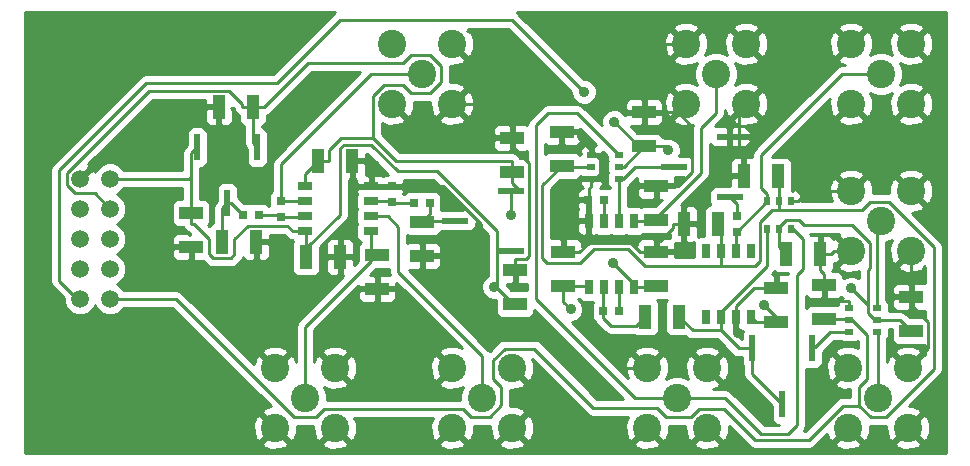
<source format=gtl>
G04 (created by PCBNEW (2013-may-18)-stable) date 2014年01月29日 星期三 11时55分50秒*
%MOIN*%
G04 Gerber Fmt 3.4, Leading zero omitted, Abs format*
%FSLAX34Y34*%
G01*
G70*
G90*
G04 APERTURE LIST*
%ADD10C,0.00590551*%
%ADD11C,0.0593*%
%ADD12R,0.0275591X0.0314961*%
%ADD13R,0.0314961X0.0275591*%
%ADD14R,0.0433071X0.0787402*%
%ADD15R,0.0787402X0.0433071*%
%ADD16R,0.09X0.02*%
%ADD17R,0.02X0.09*%
%ADD18C,0.0944882*%
%ADD19R,0.028X0.02*%
%ADD20R,0.02X0.028*%
%ADD21R,0.025X0.05*%
%ADD22R,0.05X0.025*%
%ADD23C,0.035*%
%ADD24C,0.01*%
G04 APERTURE END LIST*
G54D10*
G54D11*
X45350Y-43250D03*
X44350Y-43250D03*
X45350Y-42250D03*
X44350Y-42250D03*
X45350Y-41250D03*
X44350Y-41250D03*
X45350Y-40250D03*
X44350Y-40250D03*
X45350Y-39250D03*
X44350Y-39250D03*
G54D12*
X61294Y-39950D03*
X61805Y-39950D03*
G54D13*
X66250Y-40494D03*
X66250Y-41005D03*
G54D12*
X61794Y-43650D03*
X62305Y-43650D03*
G54D14*
X63179Y-43850D03*
X64320Y-43850D03*
G54D15*
X63550Y-40620D03*
X63550Y-39479D03*
G54D16*
X64150Y-38850D03*
X66000Y-39850D03*
X66000Y-37850D03*
G54D17*
X67750Y-46750D03*
X68750Y-44900D03*
X66750Y-44900D03*
G54D18*
X70950Y-46550D03*
X69950Y-47550D03*
X69950Y-45550D03*
X71950Y-45550D03*
X71950Y-47550D03*
X71050Y-40650D03*
X70050Y-41650D03*
X70050Y-39650D03*
X72050Y-39650D03*
X72050Y-41650D03*
X64250Y-46550D03*
X63250Y-47550D03*
X63250Y-45550D03*
X65250Y-45550D03*
X65250Y-47550D03*
X71050Y-35750D03*
X70050Y-36750D03*
X70050Y-34750D03*
X72050Y-34750D03*
X72050Y-36750D03*
X65550Y-35750D03*
X64550Y-36750D03*
X64550Y-34750D03*
X66550Y-34750D03*
X66550Y-36750D03*
G54D19*
X70910Y-44340D03*
X70910Y-43950D03*
X70910Y-43560D03*
X69990Y-43560D03*
X69990Y-43950D03*
X69990Y-44340D03*
G54D20*
X67260Y-40910D03*
X67650Y-40910D03*
X68040Y-40910D03*
X68040Y-39990D03*
X67650Y-39990D03*
X67260Y-39990D03*
G54D19*
X62310Y-39240D03*
X62310Y-38850D03*
X62310Y-38460D03*
X61390Y-38460D03*
X61390Y-38850D03*
X61390Y-39240D03*
G54D21*
X62800Y-40650D03*
X62300Y-40650D03*
X61800Y-40650D03*
X61300Y-40650D03*
X61300Y-42850D03*
X61800Y-42850D03*
X62300Y-42850D03*
X62800Y-42850D03*
X65200Y-43850D03*
X65700Y-43850D03*
X66200Y-43850D03*
X66700Y-43850D03*
X66700Y-41650D03*
X66200Y-41650D03*
X65700Y-41650D03*
X65200Y-41650D03*
G54D22*
X54050Y-41000D03*
X54050Y-40500D03*
X54050Y-40000D03*
X54050Y-39500D03*
X51850Y-39500D03*
X51850Y-40000D03*
X51850Y-40500D03*
X51850Y-41000D03*
G54D12*
X55494Y-40050D03*
X56005Y-40050D03*
G54D13*
X54750Y-40005D03*
X54750Y-39494D03*
X51050Y-40505D03*
X51050Y-39994D03*
G54D12*
X50305Y-40450D03*
X49794Y-40450D03*
G54D14*
X69020Y-41750D03*
X67879Y-41750D03*
X53420Y-38650D03*
X52279Y-38650D03*
G54D15*
X58750Y-37879D03*
X58750Y-39020D03*
G54D14*
X48979Y-36850D03*
X50120Y-36850D03*
X65620Y-40750D03*
X64479Y-40750D03*
X67620Y-39150D03*
X66479Y-39150D03*
G54D15*
X60400Y-38820D03*
X60400Y-37679D03*
X69150Y-43920D03*
X69150Y-42779D03*
X67550Y-42879D03*
X67550Y-44020D03*
G54D14*
X51879Y-41850D03*
X53020Y-41850D03*
G54D15*
X63150Y-37029D03*
X63150Y-38170D03*
X72050Y-43179D03*
X72050Y-44320D03*
X60450Y-41679D03*
X60450Y-42820D03*
X48050Y-40379D03*
X48050Y-41520D03*
X58850Y-43420D03*
X58850Y-42279D03*
X63550Y-42820D03*
X63550Y-41679D03*
X54250Y-41779D03*
X54250Y-42920D03*
G54D14*
X49079Y-41350D03*
X50220Y-41350D03*
G54D15*
X55750Y-40679D03*
X55750Y-41820D03*
G54D16*
X56850Y-40650D03*
X58700Y-41650D03*
X58700Y-39650D03*
G54D17*
X49250Y-40050D03*
X50250Y-38200D03*
X48250Y-38200D03*
G54D18*
X55750Y-35750D03*
X54750Y-36750D03*
X54750Y-34750D03*
X56750Y-34750D03*
X56750Y-36750D03*
X51850Y-46550D03*
X50850Y-47550D03*
X50850Y-45550D03*
X52850Y-45550D03*
X52850Y-47550D03*
X57750Y-46550D03*
X56750Y-47550D03*
X56750Y-45550D03*
X58750Y-45550D03*
X58750Y-47550D03*
G54D23*
X62100Y-42050D03*
X58150Y-42850D03*
X62150Y-37350D03*
X61150Y-36350D03*
X70050Y-42900D03*
X67150Y-43450D03*
X63950Y-38300D03*
X58700Y-40450D03*
X60700Y-43600D03*
X62204Y-45275D03*
X61417Y-46062D03*
X60629Y-34645D03*
X59448Y-35826D03*
X55050Y-43600D03*
X56025Y-42625D03*
X66275Y-44375D03*
G54D24*
X65700Y-42150D02*
X63194Y-42150D01*
X59750Y-39470D02*
X60400Y-38820D01*
X59750Y-41900D02*
X59750Y-39470D01*
X59900Y-42050D02*
X59750Y-41900D01*
X61000Y-42050D02*
X59900Y-42050D01*
X61472Y-41577D02*
X61000Y-42050D01*
X62622Y-41577D02*
X61472Y-41577D01*
X63194Y-42150D02*
X62622Y-41577D01*
X67850Y-40280D02*
X67419Y-40280D01*
X65700Y-42150D02*
X65700Y-41650D01*
X66850Y-42150D02*
X65700Y-42150D01*
X67000Y-42000D02*
X66850Y-42150D01*
X67000Y-40700D02*
X67000Y-42000D01*
X67419Y-40280D02*
X67000Y-40700D01*
X65700Y-40829D02*
X65620Y-40750D01*
X65700Y-41650D02*
X65700Y-40829D01*
X67650Y-39179D02*
X67620Y-39150D01*
X67650Y-39990D02*
X67650Y-39179D01*
X61390Y-38850D02*
X61390Y-38850D01*
X67650Y-39990D02*
X67650Y-39990D01*
X69990Y-43949D02*
X69990Y-43950D01*
X69961Y-43920D02*
X69990Y-43949D01*
X69150Y-43920D02*
X69961Y-43920D01*
X69990Y-43949D02*
X69990Y-43949D01*
X69990Y-43949D02*
X69990Y-43950D01*
X47550Y-43250D02*
X45350Y-43250D01*
X51481Y-47181D02*
X47550Y-43250D01*
X52218Y-47181D02*
X51481Y-47181D01*
X52491Y-46908D02*
X52218Y-47181D01*
X57108Y-46908D02*
X52491Y-46908D01*
X57381Y-47181D02*
X57108Y-46908D01*
X58000Y-47181D02*
X57381Y-47181D01*
X58381Y-46800D02*
X58000Y-47181D01*
X58381Y-46181D02*
X58381Y-46800D01*
X58118Y-45918D02*
X58381Y-46181D01*
X58118Y-45300D02*
X58118Y-45918D01*
X58508Y-44911D02*
X58118Y-45300D01*
X59488Y-44911D02*
X58508Y-44911D01*
X61458Y-46880D02*
X59488Y-44911D01*
X63580Y-46880D02*
X61458Y-46880D01*
X63891Y-47191D02*
X63580Y-46880D01*
X64708Y-47191D02*
X63891Y-47191D01*
X64979Y-46920D02*
X64708Y-47191D01*
X65819Y-46920D02*
X64979Y-46920D01*
X66848Y-47950D02*
X65819Y-46920D01*
X68651Y-47950D02*
X66848Y-47950D01*
X69794Y-46806D02*
X68651Y-47950D01*
X70325Y-46806D02*
X69794Y-46806D01*
X70074Y-43949D02*
X69990Y-43949D01*
X70572Y-44448D02*
X70074Y-43949D01*
X70572Y-45927D02*
X70572Y-44448D01*
X70325Y-46174D02*
X70572Y-45927D01*
X70325Y-46806D02*
X70325Y-46174D01*
X67650Y-40280D02*
X67650Y-39990D01*
X70427Y-40280D02*
X67850Y-40280D01*
X67850Y-40280D02*
X67650Y-40280D01*
X70687Y-40020D02*
X70427Y-40280D01*
X71301Y-40020D02*
X70687Y-40020D01*
X72801Y-41520D02*
X71301Y-40020D01*
X72801Y-45581D02*
X72801Y-41520D01*
X71202Y-47181D02*
X72801Y-45581D01*
X70699Y-47181D02*
X71202Y-47181D01*
X70325Y-46806D02*
X70699Y-47181D01*
X61390Y-38850D02*
X60598Y-38850D01*
X60598Y-38850D02*
X60429Y-38850D01*
X60429Y-38850D02*
X60400Y-38820D01*
X58250Y-42850D02*
X58150Y-42850D01*
X62800Y-42750D02*
X62800Y-42850D01*
X62100Y-42050D02*
X62800Y-42750D01*
X58850Y-43420D02*
X58770Y-43420D01*
X58250Y-41650D02*
X58700Y-41650D01*
X58250Y-42900D02*
X58250Y-42850D01*
X58250Y-42850D02*
X58250Y-41650D01*
X58770Y-43420D02*
X58250Y-42900D01*
X47984Y-39250D02*
X48050Y-39184D01*
X45350Y-39250D02*
X47984Y-39250D01*
X48050Y-40379D02*
X48050Y-39184D01*
X48050Y-38400D02*
X48250Y-38200D01*
X48050Y-39184D02*
X48050Y-38400D01*
X63520Y-42850D02*
X63550Y-42820D01*
X62800Y-42850D02*
X63520Y-42850D01*
X48141Y-40745D02*
X48050Y-40745D01*
X48638Y-41242D02*
X48141Y-40745D01*
X48638Y-41740D02*
X48638Y-41242D01*
X48792Y-41893D02*
X48638Y-41740D01*
X49366Y-41893D02*
X48792Y-41893D01*
X49494Y-41765D02*
X49366Y-41893D01*
X49494Y-41244D02*
X49494Y-41765D01*
X49932Y-40806D02*
X49494Y-41244D01*
X51256Y-40806D02*
X49932Y-40806D01*
X51449Y-41000D02*
X51256Y-40806D01*
X51850Y-41000D02*
X51449Y-41000D01*
X48050Y-40379D02*
X48050Y-40745D01*
X58700Y-41650D02*
X58245Y-41650D01*
X51879Y-41850D02*
X51879Y-41491D01*
X51879Y-41029D02*
X51850Y-41000D01*
X51879Y-41491D02*
X51879Y-41029D01*
X51956Y-41491D02*
X51879Y-41491D01*
X53004Y-40443D02*
X51956Y-41491D01*
X53004Y-38234D02*
X53004Y-40443D01*
X53133Y-38106D02*
X53004Y-38234D01*
X54050Y-38106D02*
X53133Y-38106D01*
X54947Y-39003D02*
X54050Y-38106D01*
X56249Y-39003D02*
X54947Y-39003D01*
X58245Y-40999D02*
X56249Y-39003D01*
X58245Y-41650D02*
X58245Y-40999D01*
X44350Y-43250D02*
X44250Y-43250D01*
X62970Y-38170D02*
X63150Y-38170D01*
X62150Y-37350D02*
X62970Y-38170D01*
X58750Y-33950D02*
X61150Y-36350D01*
X53000Y-33950D02*
X58750Y-33950D01*
X50900Y-36050D02*
X53000Y-33950D01*
X46550Y-36050D02*
X50900Y-36050D01*
X43650Y-38950D02*
X46550Y-36050D01*
X43650Y-42650D02*
X43650Y-38950D01*
X44250Y-43250D02*
X43650Y-42650D01*
X70600Y-43500D02*
X70619Y-43500D01*
X70619Y-43480D02*
X70600Y-43500D01*
X70619Y-43469D02*
X70619Y-43480D01*
X70050Y-42900D02*
X70619Y-43469D01*
X70619Y-43500D02*
X70619Y-43735D01*
X67550Y-43850D02*
X67550Y-44020D01*
X67150Y-43450D02*
X67550Y-43850D01*
X63820Y-38170D02*
X63950Y-38300D01*
X63150Y-38170D02*
X63820Y-38170D01*
X70909Y-43950D02*
X70910Y-43950D01*
X70619Y-43735D02*
X70834Y-43950D01*
X70834Y-43950D02*
X70909Y-43950D01*
X71679Y-43950D02*
X72050Y-44320D01*
X70910Y-43950D02*
X71679Y-43950D01*
X67650Y-41520D02*
X67879Y-41750D01*
X67650Y-40910D02*
X67650Y-41520D01*
X62470Y-38850D02*
X63150Y-38170D01*
X62310Y-38850D02*
X62470Y-38850D01*
X62309Y-38850D02*
X62310Y-38850D01*
X66870Y-44020D02*
X66785Y-43935D01*
X66785Y-43935D02*
X66700Y-43850D01*
X67550Y-44020D02*
X66870Y-44020D01*
X67650Y-40909D02*
X67650Y-40910D01*
X68489Y-40789D02*
X70080Y-40789D01*
X70080Y-40789D02*
X70687Y-41395D01*
X70687Y-41395D02*
X70687Y-42205D01*
X70687Y-42205D02*
X70619Y-42272D01*
X70619Y-42272D02*
X70619Y-43500D01*
X68489Y-40789D02*
X68319Y-40619D01*
X68319Y-40619D02*
X67867Y-40619D01*
X67867Y-40619D02*
X67650Y-40837D01*
X67650Y-40837D02*
X67650Y-40909D01*
X60450Y-42820D02*
X60450Y-43350D01*
X58700Y-40450D02*
X58700Y-39650D01*
X60450Y-43350D02*
X60700Y-43600D01*
X50120Y-38070D02*
X50250Y-38200D01*
X50120Y-36850D02*
X50120Y-38070D01*
X51850Y-39079D02*
X52279Y-38650D01*
X51850Y-39500D02*
X51850Y-39079D01*
X52279Y-38650D02*
X52645Y-38650D01*
X58750Y-39020D02*
X58750Y-38654D01*
X58700Y-39650D02*
X58943Y-39650D01*
X58750Y-39020D02*
X58750Y-39387D01*
X58943Y-39650D02*
X58943Y-39581D01*
X58943Y-39581D02*
X58750Y-39387D01*
X60450Y-42820D02*
X60860Y-42820D01*
X61270Y-42820D02*
X61300Y-42850D01*
X60860Y-42820D02*
X61270Y-42820D01*
X49754Y-36758D02*
X49754Y-36850D01*
X49302Y-36306D02*
X49754Y-36758D01*
X46659Y-36306D02*
X49302Y-36306D01*
X43900Y-39064D02*
X46659Y-36306D01*
X43900Y-39450D02*
X43900Y-39064D01*
X44181Y-39731D02*
X43900Y-39450D01*
X44831Y-39731D02*
X44181Y-39731D01*
X45350Y-40250D02*
X44831Y-39731D01*
X50120Y-36850D02*
X49754Y-36850D01*
X50120Y-36850D02*
X50487Y-36850D01*
X52645Y-38273D02*
X52645Y-38650D01*
X53030Y-37888D02*
X52645Y-38273D01*
X54125Y-37888D02*
X53030Y-37888D01*
X51947Y-35389D02*
X50487Y-36850D01*
X55110Y-35389D02*
X51947Y-35389D01*
X55374Y-35125D02*
X55110Y-35389D01*
X56005Y-35125D02*
X55374Y-35125D01*
X56374Y-35494D02*
X56005Y-35125D01*
X56374Y-36005D02*
X56374Y-35494D01*
X55999Y-36381D02*
X56374Y-36005D01*
X55381Y-36381D02*
X55999Y-36381D01*
X55118Y-36118D02*
X55381Y-36381D01*
X54485Y-36118D02*
X55118Y-36118D01*
X54125Y-36478D02*
X54485Y-36118D01*
X54125Y-37888D02*
X54125Y-36478D01*
X54891Y-38654D02*
X54125Y-37888D01*
X58750Y-38654D02*
X54891Y-38654D01*
X56025Y-42625D02*
X56025Y-42639D01*
X62479Y-45550D02*
X63250Y-45550D01*
X62204Y-45275D02*
X62479Y-45550D01*
X59842Y-44488D02*
X61417Y-46062D01*
X57874Y-44488D02*
X59842Y-44488D01*
X56025Y-42639D02*
X57874Y-44488D01*
X56750Y-36750D02*
X58525Y-36750D01*
X60734Y-34750D02*
X64550Y-34750D01*
X60629Y-34645D02*
X60734Y-34750D01*
X58525Y-36750D02*
X59448Y-35826D01*
X54750Y-39494D02*
X56456Y-39494D01*
X57700Y-40950D02*
X56025Y-42625D01*
X57700Y-40737D02*
X57700Y-40950D01*
X56456Y-39494D02*
X57700Y-40737D01*
X55750Y-41820D02*
X55750Y-42350D01*
X54250Y-43300D02*
X54250Y-42920D01*
X54550Y-43600D02*
X54250Y-43300D01*
X55050Y-43600D02*
X54550Y-43600D01*
X55750Y-42350D02*
X56025Y-42625D01*
X66200Y-44300D02*
X66275Y-44375D01*
X66200Y-43850D02*
X66200Y-44300D01*
X58850Y-42279D02*
X58850Y-41912D01*
X58750Y-37879D02*
X58750Y-38245D01*
X58750Y-38245D02*
X58841Y-38245D01*
X58841Y-38245D02*
X59300Y-38704D01*
X59300Y-38704D02*
X59300Y-41828D01*
X59300Y-41828D02*
X59216Y-41912D01*
X59216Y-41912D02*
X58850Y-41912D01*
X67550Y-42879D02*
X67006Y-42879D01*
X61390Y-38460D02*
X61535Y-38460D01*
X60943Y-37868D02*
X60943Y-37679D01*
X61535Y-38460D02*
X60943Y-37868D01*
X60400Y-37679D02*
X60943Y-37679D01*
X68040Y-39990D02*
X68290Y-39990D01*
X66000Y-37850D02*
X66300Y-37850D01*
X66479Y-39150D02*
X66479Y-38606D01*
X69139Y-42412D02*
X69020Y-42293D01*
X69150Y-42412D02*
X69139Y-42412D01*
X69020Y-41750D02*
X69020Y-42293D01*
X69150Y-42779D02*
X69150Y-42412D01*
X64288Y-39479D02*
X63550Y-39479D01*
X64750Y-39017D02*
X64288Y-39479D01*
X64750Y-37508D02*
X64750Y-39017D01*
X64270Y-37029D02*
X64750Y-37508D01*
X64550Y-36750D02*
X64270Y-37029D01*
X66200Y-43484D02*
X66200Y-43850D01*
X66805Y-42879D02*
X66200Y-43484D01*
X67006Y-42879D02*
X66805Y-42879D01*
X69487Y-41650D02*
X69387Y-41750D01*
X70050Y-41650D02*
X69487Y-41650D01*
X69020Y-41750D02*
X69387Y-41750D01*
X69314Y-43309D02*
X69150Y-43145D01*
X69990Y-43309D02*
X69314Y-43309D01*
X68630Y-39650D02*
X70050Y-39650D01*
X68290Y-39990D02*
X68630Y-39650D01*
X61297Y-39952D02*
X61294Y-39950D01*
X61297Y-39583D02*
X61390Y-39490D01*
X61297Y-39952D02*
X61297Y-39583D01*
X61390Y-39240D02*
X61390Y-39365D01*
X61390Y-39365D02*
X61390Y-39490D01*
X61680Y-38605D02*
X61535Y-38460D01*
X61680Y-39074D02*
X61680Y-38605D01*
X61390Y-39365D02*
X61680Y-39074D01*
X66300Y-38427D02*
X66300Y-37850D01*
X66479Y-38606D02*
X66300Y-38427D01*
X69990Y-43560D02*
X69990Y-43309D01*
X69150Y-42779D02*
X69150Y-43145D01*
X72050Y-41650D02*
X72050Y-43179D01*
X72598Y-44901D02*
X71950Y-45550D01*
X72598Y-44014D02*
X72598Y-44901D01*
X72130Y-43545D02*
X72598Y-44014D01*
X72050Y-43545D02*
X72130Y-43545D01*
X72050Y-43179D02*
X72050Y-43545D01*
X66300Y-36999D02*
X66550Y-36750D01*
X66300Y-37850D02*
X66300Y-36999D01*
X61300Y-39955D02*
X61297Y-39952D01*
X61300Y-40650D02*
X61300Y-39955D01*
X61300Y-40650D02*
X61300Y-41050D01*
X60450Y-41679D02*
X60993Y-41679D01*
X63550Y-41679D02*
X63006Y-41679D01*
X61300Y-41375D02*
X61300Y-41050D01*
X61297Y-41375D02*
X61300Y-41375D01*
X60993Y-41679D02*
X61297Y-41375D01*
X62702Y-41375D02*
X63006Y-41679D01*
X61300Y-41375D02*
X62702Y-41375D01*
X63687Y-41312D02*
X63550Y-41312D01*
X64112Y-40887D02*
X63687Y-41312D01*
X64112Y-40750D02*
X64112Y-40887D01*
X63550Y-41679D02*
X63550Y-41312D01*
X64295Y-40750D02*
X64112Y-40750D01*
X64295Y-40750D02*
X64479Y-40750D01*
X65535Y-39150D02*
X66479Y-39150D01*
X64479Y-40206D02*
X65535Y-39150D01*
X64479Y-40750D02*
X64479Y-40206D01*
X64270Y-37029D02*
X63150Y-37029D01*
X70909Y-40790D02*
X71050Y-40650D01*
X70909Y-43559D02*
X70909Y-40790D01*
X70909Y-43559D02*
X70910Y-43560D01*
X54600Y-40500D02*
X54050Y-40500D01*
X54950Y-40850D02*
X54600Y-40500D01*
X54950Y-42350D02*
X54950Y-40850D01*
X57750Y-45150D02*
X54950Y-42350D01*
X57750Y-46550D02*
X57750Y-45150D01*
X70950Y-44379D02*
X70929Y-44360D01*
X70950Y-46550D02*
X70950Y-44379D01*
X70929Y-44360D02*
X70909Y-44340D01*
X70929Y-44359D02*
X70910Y-44340D01*
X70929Y-44360D02*
X70929Y-44359D01*
X61794Y-42855D02*
X61800Y-42850D01*
X61794Y-43650D02*
X61794Y-42855D01*
X62879Y-44150D02*
X63179Y-43850D01*
X62050Y-44150D02*
X62879Y-44150D01*
X61794Y-43894D02*
X62050Y-44150D01*
X61794Y-43650D02*
X61794Y-43894D01*
X62305Y-42855D02*
X62300Y-42850D01*
X62305Y-43650D02*
X62305Y-42855D01*
X61805Y-40644D02*
X61800Y-40650D01*
X61805Y-39950D02*
X61805Y-40644D01*
X69990Y-44340D02*
X69791Y-44340D01*
X68850Y-44850D02*
X68750Y-44900D01*
X69359Y-44340D02*
X68850Y-44850D01*
X69791Y-44340D02*
X69359Y-44340D01*
X69792Y-44340D02*
X69990Y-44340D01*
X69791Y-44340D02*
X69792Y-44340D01*
X62304Y-39245D02*
X62310Y-39240D01*
X62309Y-39240D02*
X62304Y-39245D01*
X62450Y-39250D02*
X62309Y-39240D01*
X62850Y-38850D02*
X62450Y-39250D01*
X64150Y-38850D02*
X62850Y-38850D01*
X62300Y-39250D02*
X62300Y-40650D01*
X62304Y-39245D02*
X62300Y-39250D01*
X66250Y-40100D02*
X66000Y-39850D01*
X66250Y-40494D02*
X66250Y-40100D01*
X64770Y-44300D02*
X64320Y-43850D01*
X65700Y-44300D02*
X64770Y-44300D01*
X66750Y-45750D02*
X67750Y-46750D01*
X66750Y-44900D02*
X66750Y-45750D01*
X65700Y-43850D02*
X65700Y-44300D01*
X66300Y-44900D02*
X66750Y-44900D01*
X65700Y-44300D02*
X66300Y-44900D01*
X67259Y-42140D02*
X67259Y-40910D01*
X65700Y-43700D02*
X67259Y-42140D01*
X65700Y-43850D02*
X65700Y-43700D01*
X67259Y-40910D02*
X67259Y-40909D01*
X67259Y-40910D02*
X67260Y-40910D01*
X49394Y-40050D02*
X49794Y-40450D01*
X49250Y-40050D02*
X49394Y-40050D01*
X49079Y-40220D02*
X49250Y-40050D01*
X49079Y-41350D02*
X49079Y-40220D01*
X50994Y-40450D02*
X51050Y-40505D01*
X50305Y-40450D02*
X50994Y-40450D01*
X51844Y-40505D02*
X51850Y-40500D01*
X51050Y-40505D02*
X51844Y-40505D01*
X54794Y-40050D02*
X54750Y-40005D01*
X55494Y-40050D02*
X54794Y-40050D01*
X54744Y-40000D02*
X54750Y-40005D01*
X54050Y-40000D02*
X54744Y-40000D01*
X55779Y-40650D02*
X55750Y-40679D01*
X56850Y-40650D02*
X55779Y-40650D01*
X56005Y-40423D02*
X55750Y-40679D01*
X56005Y-40050D02*
X56005Y-40423D01*
X66200Y-41055D02*
X66250Y-41005D01*
X66200Y-41650D02*
X66200Y-41055D01*
X67259Y-39996D02*
X66250Y-41005D01*
X67259Y-39989D02*
X67259Y-39996D01*
X67259Y-39759D02*
X67259Y-39989D01*
X67050Y-39550D02*
X67259Y-39759D01*
X67050Y-38450D02*
X67050Y-39550D01*
X69750Y-35750D02*
X67050Y-38450D01*
X71050Y-35750D02*
X69750Y-35750D01*
X67259Y-39989D02*
X67260Y-39990D01*
X54050Y-35750D02*
X55750Y-35750D01*
X51050Y-38750D02*
X54050Y-35750D01*
X51050Y-39994D02*
X51050Y-38750D01*
X51055Y-40000D02*
X51050Y-39994D01*
X51850Y-40000D02*
X51055Y-40000D01*
X60900Y-37050D02*
X62309Y-38459D01*
X59950Y-37050D02*
X60900Y-37050D01*
X59550Y-37450D02*
X59950Y-37050D01*
X59550Y-43250D02*
X59550Y-37450D01*
X62850Y-46550D02*
X59550Y-43250D01*
X64250Y-46550D02*
X62850Y-46550D01*
X62309Y-38459D02*
X62310Y-38460D01*
X68450Y-41250D02*
X68150Y-40950D01*
X68450Y-42250D02*
X68450Y-41250D01*
X68250Y-42450D02*
X68450Y-42250D01*
X68250Y-47450D02*
X68250Y-42450D01*
X67950Y-47750D02*
X68250Y-47450D01*
X67050Y-47750D02*
X67950Y-47750D01*
X65850Y-46550D02*
X67050Y-47750D01*
X64250Y-46550D02*
X65850Y-46550D01*
X68110Y-40910D02*
X68040Y-40910D01*
X68150Y-40950D02*
X68110Y-40910D01*
X65550Y-37050D02*
X65550Y-35750D01*
X65050Y-37550D02*
X65550Y-37050D01*
X65050Y-39050D02*
X65050Y-37550D01*
X63550Y-40550D02*
X65050Y-39050D01*
X63550Y-40620D02*
X63550Y-40550D01*
X63520Y-40650D02*
X63550Y-40620D01*
X62800Y-40650D02*
X63520Y-40650D01*
X54050Y-41979D02*
X54050Y-41579D01*
X51850Y-44179D02*
X54050Y-41979D01*
X51850Y-46550D02*
X51850Y-44179D01*
X54050Y-41579D02*
X54050Y-41000D01*
X54050Y-41579D02*
X54250Y-41779D01*
G54D10*
G36*
X69696Y-44640D02*
X69708Y-44651D01*
X69800Y-44689D01*
X69899Y-44690D01*
X70179Y-44690D01*
X70271Y-44652D01*
X70272Y-44650D01*
X70272Y-44899D01*
X70072Y-44823D01*
X69785Y-44831D01*
X69558Y-44926D01*
X69510Y-45039D01*
X69580Y-45110D01*
X69439Y-45110D01*
X69326Y-45158D01*
X69223Y-45427D01*
X69231Y-45714D01*
X69326Y-45941D01*
X69439Y-45989D01*
X69879Y-45550D01*
X69439Y-45110D01*
X69580Y-45110D01*
X69950Y-45479D01*
X69955Y-45473D01*
X70026Y-45544D01*
X70020Y-45550D01*
X70026Y-45555D01*
X69955Y-45626D01*
X69950Y-45620D01*
X69510Y-46060D01*
X69558Y-46173D01*
X69827Y-46276D01*
X70025Y-46270D01*
X70025Y-46506D01*
X69794Y-46506D01*
X69794Y-46506D01*
X69680Y-46529D01*
X69582Y-46594D01*
X69582Y-46594D01*
X68526Y-47650D01*
X68470Y-47650D01*
X68527Y-47564D01*
X68549Y-47450D01*
X68550Y-47450D01*
X68550Y-45579D01*
X68600Y-45599D01*
X68699Y-45600D01*
X68899Y-45600D01*
X68991Y-45562D01*
X69061Y-45491D01*
X69099Y-45399D01*
X69100Y-45300D01*
X69100Y-45024D01*
X69484Y-44640D01*
X69696Y-44640D01*
X69696Y-44640D01*
G37*
G54D24*
X69696Y-44640D02*
X69708Y-44651D01*
X69800Y-44689D01*
X69899Y-44690D01*
X70179Y-44690D01*
X70271Y-44652D01*
X70272Y-44650D01*
X70272Y-44899D01*
X70072Y-44823D01*
X69785Y-44831D01*
X69558Y-44926D01*
X69510Y-45039D01*
X69580Y-45110D01*
X69439Y-45110D01*
X69326Y-45158D01*
X69223Y-45427D01*
X69231Y-45714D01*
X69326Y-45941D01*
X69439Y-45989D01*
X69879Y-45550D01*
X69439Y-45110D01*
X69580Y-45110D01*
X69950Y-45479D01*
X69955Y-45473D01*
X70026Y-45544D01*
X70020Y-45550D01*
X70026Y-45555D01*
X69955Y-45626D01*
X69950Y-45620D01*
X69510Y-46060D01*
X69558Y-46173D01*
X69827Y-46276D01*
X70025Y-46270D01*
X70025Y-46506D01*
X69794Y-46506D01*
X69794Y-46506D01*
X69680Y-46529D01*
X69582Y-46594D01*
X69582Y-46594D01*
X68526Y-47650D01*
X68470Y-47650D01*
X68527Y-47564D01*
X68549Y-47450D01*
X68550Y-47450D01*
X68550Y-45579D01*
X68600Y-45599D01*
X68699Y-45600D01*
X68899Y-45600D01*
X68991Y-45562D01*
X69061Y-45491D01*
X69099Y-45399D01*
X69100Y-45300D01*
X69100Y-45024D01*
X69484Y-44640D01*
X69696Y-44640D01*
G54D10*
G36*
X71406Y-44250D02*
X71406Y-44586D01*
X71444Y-44678D01*
X71514Y-44749D01*
X71606Y-44787D01*
X71705Y-44787D01*
X72493Y-44787D01*
X72501Y-44784D01*
X72501Y-44823D01*
X72072Y-44823D01*
X71785Y-44831D01*
X71558Y-44926D01*
X71510Y-45039D01*
X71950Y-45479D01*
X72389Y-45039D01*
X72341Y-44926D01*
X72072Y-44823D01*
X72501Y-44823D01*
X72501Y-45127D01*
X72460Y-45110D01*
X72020Y-45550D01*
X72026Y-45555D01*
X71955Y-45626D01*
X71950Y-45620D01*
X71944Y-45626D01*
X71873Y-45555D01*
X71879Y-45550D01*
X71439Y-45110D01*
X71326Y-45158D01*
X71250Y-45358D01*
X71250Y-44593D01*
X71261Y-44581D01*
X71299Y-44489D01*
X71300Y-44390D01*
X71300Y-44250D01*
X71406Y-44250D01*
X71406Y-44250D01*
G37*
G54D24*
X71406Y-44250D02*
X71406Y-44586D01*
X71444Y-44678D01*
X71514Y-44749D01*
X71606Y-44787D01*
X71705Y-44787D01*
X72493Y-44787D01*
X72501Y-44784D01*
X72501Y-44823D01*
X72072Y-44823D01*
X71785Y-44831D01*
X71558Y-44926D01*
X71510Y-45039D01*
X71950Y-45479D01*
X72389Y-45039D01*
X72341Y-44926D01*
X72072Y-44823D01*
X72501Y-44823D01*
X72501Y-45127D01*
X72460Y-45110D01*
X72020Y-45550D01*
X72026Y-45555D01*
X71955Y-45626D01*
X71950Y-45620D01*
X71944Y-45626D01*
X71873Y-45555D01*
X71879Y-45550D01*
X71439Y-45110D01*
X71326Y-45158D01*
X71250Y-45358D01*
X71250Y-44593D01*
X71261Y-44581D01*
X71299Y-44489D01*
X71300Y-44390D01*
X71300Y-44250D01*
X71406Y-44250D01*
G54D10*
G36*
X66250Y-43792D02*
X66250Y-43800D01*
X66257Y-43800D01*
X66257Y-43900D01*
X66250Y-43900D01*
X66250Y-44287D01*
X66312Y-44350D01*
X66374Y-44350D01*
X66430Y-44326D01*
X66400Y-44400D01*
X66399Y-44499D01*
X66399Y-44575D01*
X66130Y-44306D01*
X66150Y-44287D01*
X66150Y-43900D01*
X66142Y-43900D01*
X66142Y-43800D01*
X66150Y-43800D01*
X66150Y-43792D01*
X66250Y-43792D01*
X66250Y-43792D01*
G37*
G54D24*
X66250Y-43792D02*
X66250Y-43800D01*
X66257Y-43800D01*
X66257Y-43900D01*
X66250Y-43900D01*
X66250Y-44287D01*
X66312Y-44350D01*
X66374Y-44350D01*
X66430Y-44326D01*
X66400Y-44400D01*
X66399Y-44499D01*
X66399Y-44575D01*
X66130Y-44306D01*
X66150Y-44287D01*
X66150Y-43900D01*
X66142Y-43900D01*
X66142Y-43800D01*
X66150Y-43800D01*
X66150Y-43792D01*
X66250Y-43792D01*
G54D10*
G36*
X70040Y-43502D02*
X70040Y-43510D01*
X70047Y-43510D01*
X70047Y-43599D01*
X69932Y-43599D01*
X69932Y-43510D01*
X69940Y-43510D01*
X69940Y-43502D01*
X70040Y-43502D01*
X70040Y-43502D01*
G37*
G54D24*
X70040Y-43502D02*
X70040Y-43510D01*
X70047Y-43510D01*
X70047Y-43599D01*
X69932Y-43599D01*
X69932Y-43510D01*
X69940Y-43510D01*
X69940Y-43502D01*
X70040Y-43502D01*
G54D10*
G36*
X60975Y-43253D02*
X61033Y-43311D01*
X61125Y-43349D01*
X61224Y-43350D01*
X61445Y-43350D01*
X61444Y-43350D01*
X61406Y-43442D01*
X61406Y-43542D01*
X61406Y-43856D01*
X61444Y-43948D01*
X61514Y-44019D01*
X61527Y-44024D01*
X61581Y-44106D01*
X61837Y-44362D01*
X61935Y-44427D01*
X62050Y-44450D01*
X62815Y-44450D01*
X62820Y-44455D01*
X62912Y-44493D01*
X63012Y-44493D01*
X63445Y-44493D01*
X63537Y-44455D01*
X63607Y-44385D01*
X63645Y-44293D01*
X63645Y-44194D01*
X63645Y-43406D01*
X63607Y-43314D01*
X63580Y-43287D01*
X63919Y-43287D01*
X63892Y-43314D01*
X63854Y-43406D01*
X63854Y-43505D01*
X63854Y-44293D01*
X63892Y-44385D01*
X63962Y-44455D01*
X64054Y-44493D01*
X64153Y-44493D01*
X64540Y-44493D01*
X64558Y-44512D01*
X64656Y-44577D01*
X64770Y-44600D01*
X65575Y-44600D01*
X65799Y-44823D01*
X65372Y-44823D01*
X63372Y-44823D01*
X63085Y-44831D01*
X62858Y-44926D01*
X62810Y-45039D01*
X63250Y-45479D01*
X63689Y-45039D01*
X63641Y-44926D01*
X63372Y-44823D01*
X65372Y-44823D01*
X65085Y-44831D01*
X64858Y-44926D01*
X64810Y-45039D01*
X65250Y-45479D01*
X65689Y-45039D01*
X65641Y-44926D01*
X65372Y-44823D01*
X65799Y-44823D01*
X66085Y-45110D01*
X65760Y-45110D01*
X65320Y-45550D01*
X65760Y-45989D01*
X65873Y-45941D01*
X65976Y-45672D01*
X65968Y-45385D01*
X65873Y-45158D01*
X65760Y-45110D01*
X66085Y-45110D01*
X66087Y-45112D01*
X66185Y-45177D01*
X66300Y-45200D01*
X66399Y-45200D01*
X66399Y-45399D01*
X66437Y-45491D01*
X66450Y-45503D01*
X66450Y-45750D01*
X66472Y-45864D01*
X66537Y-45962D01*
X67399Y-46824D01*
X67399Y-47249D01*
X67437Y-47341D01*
X67508Y-47411D01*
X67600Y-47449D01*
X67650Y-47450D01*
X67174Y-47450D01*
X66062Y-46337D01*
X66062Y-46337D01*
X65964Y-46272D01*
X65850Y-46250D01*
X65850Y-46250D01*
X65457Y-46250D01*
X65641Y-46173D01*
X65689Y-46060D01*
X65250Y-45620D01*
X65244Y-45626D01*
X65173Y-45555D01*
X65179Y-45550D01*
X64739Y-45110D01*
X64626Y-45158D01*
X64523Y-45427D01*
X64531Y-45714D01*
X64617Y-45920D01*
X64394Y-45827D01*
X64106Y-45827D01*
X63881Y-45920D01*
X63976Y-45672D01*
X63968Y-45385D01*
X63873Y-45158D01*
X63760Y-45110D01*
X63320Y-45550D01*
X63326Y-45555D01*
X63255Y-45626D01*
X63250Y-45620D01*
X63244Y-45626D01*
X63173Y-45555D01*
X63179Y-45550D01*
X62739Y-45110D01*
X62626Y-45158D01*
X62523Y-45427D01*
X62531Y-45714D01*
X62597Y-45873D01*
X60749Y-44025D01*
X60784Y-44025D01*
X60940Y-43960D01*
X61060Y-43841D01*
X61124Y-43684D01*
X61125Y-43515D01*
X61060Y-43359D01*
X60960Y-43259D01*
X60975Y-43253D01*
X60975Y-43253D01*
G37*
G54D24*
X60975Y-43253D02*
X61033Y-43311D01*
X61125Y-43349D01*
X61224Y-43350D01*
X61445Y-43350D01*
X61444Y-43350D01*
X61406Y-43442D01*
X61406Y-43542D01*
X61406Y-43856D01*
X61444Y-43948D01*
X61514Y-44019D01*
X61527Y-44024D01*
X61581Y-44106D01*
X61837Y-44362D01*
X61935Y-44427D01*
X62050Y-44450D01*
X62815Y-44450D01*
X62820Y-44455D01*
X62912Y-44493D01*
X63012Y-44493D01*
X63445Y-44493D01*
X63537Y-44455D01*
X63607Y-44385D01*
X63645Y-44293D01*
X63645Y-44194D01*
X63645Y-43406D01*
X63607Y-43314D01*
X63580Y-43287D01*
X63919Y-43287D01*
X63892Y-43314D01*
X63854Y-43406D01*
X63854Y-43505D01*
X63854Y-44293D01*
X63892Y-44385D01*
X63962Y-44455D01*
X64054Y-44493D01*
X64153Y-44493D01*
X64540Y-44493D01*
X64558Y-44512D01*
X64656Y-44577D01*
X64770Y-44600D01*
X65575Y-44600D01*
X65799Y-44823D01*
X65372Y-44823D01*
X63372Y-44823D01*
X63085Y-44831D01*
X62858Y-44926D01*
X62810Y-45039D01*
X63250Y-45479D01*
X63689Y-45039D01*
X63641Y-44926D01*
X63372Y-44823D01*
X65372Y-44823D01*
X65085Y-44831D01*
X64858Y-44926D01*
X64810Y-45039D01*
X65250Y-45479D01*
X65689Y-45039D01*
X65641Y-44926D01*
X65372Y-44823D01*
X65799Y-44823D01*
X66085Y-45110D01*
X65760Y-45110D01*
X65320Y-45550D01*
X65760Y-45989D01*
X65873Y-45941D01*
X65976Y-45672D01*
X65968Y-45385D01*
X65873Y-45158D01*
X65760Y-45110D01*
X66085Y-45110D01*
X66087Y-45112D01*
X66185Y-45177D01*
X66300Y-45200D01*
X66399Y-45200D01*
X66399Y-45399D01*
X66437Y-45491D01*
X66450Y-45503D01*
X66450Y-45750D01*
X66472Y-45864D01*
X66537Y-45962D01*
X67399Y-46824D01*
X67399Y-47249D01*
X67437Y-47341D01*
X67508Y-47411D01*
X67600Y-47449D01*
X67650Y-47450D01*
X67174Y-47450D01*
X66062Y-46337D01*
X66062Y-46337D01*
X65964Y-46272D01*
X65850Y-46250D01*
X65850Y-46250D01*
X65457Y-46250D01*
X65641Y-46173D01*
X65689Y-46060D01*
X65250Y-45620D01*
X65244Y-45626D01*
X65173Y-45555D01*
X65179Y-45550D01*
X64739Y-45110D01*
X64626Y-45158D01*
X64523Y-45427D01*
X64531Y-45714D01*
X64617Y-45920D01*
X64394Y-45827D01*
X64106Y-45827D01*
X63881Y-45920D01*
X63976Y-45672D01*
X63968Y-45385D01*
X63873Y-45158D01*
X63760Y-45110D01*
X63320Y-45550D01*
X63326Y-45555D01*
X63255Y-45626D01*
X63250Y-45620D01*
X63244Y-45626D01*
X63173Y-45555D01*
X63179Y-45550D01*
X62739Y-45110D01*
X62626Y-45158D01*
X62523Y-45427D01*
X62531Y-45714D01*
X62597Y-45873D01*
X60749Y-44025D01*
X60784Y-44025D01*
X60940Y-43960D01*
X61060Y-43841D01*
X61124Y-43684D01*
X61125Y-43515D01*
X61060Y-43359D01*
X60960Y-43259D01*
X60975Y-43253D01*
G54D10*
G36*
X69200Y-42721D02*
X69200Y-42729D01*
X69207Y-42729D01*
X69207Y-42829D01*
X69200Y-42829D01*
X69200Y-43183D01*
X69262Y-43245D01*
X69494Y-43245D01*
X69593Y-43245D01*
X69685Y-43207D01*
X69720Y-43171D01*
X69771Y-43222D01*
X69708Y-43248D01*
X69637Y-43318D01*
X69599Y-43410D01*
X69600Y-43447D01*
X69616Y-43463D01*
X69593Y-43454D01*
X69494Y-43454D01*
X68706Y-43454D01*
X68614Y-43492D01*
X68550Y-43557D01*
X68550Y-43142D01*
X68614Y-43207D01*
X68706Y-43245D01*
X68805Y-43245D01*
X69037Y-43245D01*
X69100Y-43183D01*
X69100Y-42829D01*
X69092Y-42829D01*
X69092Y-42729D01*
X69100Y-42729D01*
X69100Y-42721D01*
X69200Y-42721D01*
X69200Y-42721D01*
G37*
G54D24*
X69200Y-42721D02*
X69200Y-42729D01*
X69207Y-42729D01*
X69207Y-42829D01*
X69200Y-42829D01*
X69200Y-43183D01*
X69262Y-43245D01*
X69494Y-43245D01*
X69593Y-43245D01*
X69685Y-43207D01*
X69720Y-43171D01*
X69771Y-43222D01*
X69708Y-43248D01*
X69637Y-43318D01*
X69599Y-43410D01*
X69600Y-43447D01*
X69616Y-43463D01*
X69593Y-43454D01*
X69494Y-43454D01*
X68706Y-43454D01*
X68614Y-43492D01*
X68550Y-43557D01*
X68550Y-43142D01*
X68614Y-43207D01*
X68706Y-43245D01*
X68805Y-43245D01*
X69037Y-43245D01*
X69100Y-43183D01*
X69100Y-42829D01*
X69092Y-42829D01*
X69092Y-42729D01*
X69100Y-42729D01*
X69100Y-42721D01*
X69200Y-42721D01*
G54D10*
G36*
X67490Y-42324D02*
X67520Y-42355D01*
X67612Y-42393D01*
X67712Y-42393D01*
X67961Y-42393D01*
X67957Y-42412D01*
X67894Y-42412D01*
X67662Y-42412D01*
X67600Y-42475D01*
X67600Y-42829D01*
X67607Y-42829D01*
X67607Y-42929D01*
X67600Y-42929D01*
X67600Y-42937D01*
X67500Y-42937D01*
X67500Y-42929D01*
X67492Y-42929D01*
X67492Y-42829D01*
X67500Y-42829D01*
X67500Y-42475D01*
X67437Y-42412D01*
X67411Y-42412D01*
X67471Y-42352D01*
X67490Y-42324D01*
X67490Y-42324D01*
G37*
G54D24*
X67490Y-42324D02*
X67520Y-42355D01*
X67612Y-42393D01*
X67712Y-42393D01*
X67961Y-42393D01*
X67957Y-42412D01*
X67894Y-42412D01*
X67662Y-42412D01*
X67600Y-42475D01*
X67600Y-42829D01*
X67607Y-42829D01*
X67607Y-42929D01*
X67600Y-42929D01*
X67600Y-42937D01*
X67500Y-42937D01*
X67500Y-42929D01*
X67492Y-42929D01*
X67492Y-42829D01*
X67500Y-42829D01*
X67500Y-42475D01*
X67437Y-42412D01*
X67411Y-42412D01*
X67471Y-42352D01*
X67490Y-42324D01*
G54D10*
G36*
X54650Y-42245D02*
X54650Y-42350D01*
X54670Y-42454D01*
X54594Y-42454D01*
X54362Y-42454D01*
X54300Y-42516D01*
X54300Y-42870D01*
X54831Y-42870D01*
X54893Y-42808D01*
X54893Y-42717D01*
X55146Y-42970D01*
X54831Y-42970D01*
X54300Y-42970D01*
X54200Y-42970D01*
X53668Y-42970D01*
X53606Y-43033D01*
X53606Y-43186D01*
X53644Y-43278D01*
X53714Y-43349D01*
X53806Y-43387D01*
X53905Y-43387D01*
X54137Y-43387D01*
X54200Y-43324D01*
X54200Y-42970D01*
X54300Y-42970D01*
X54300Y-43324D01*
X54362Y-43387D01*
X54594Y-43387D01*
X54693Y-43387D01*
X54785Y-43349D01*
X54855Y-43278D01*
X54893Y-43186D01*
X54893Y-43033D01*
X54831Y-42970D01*
X55146Y-42970D01*
X57077Y-44901D01*
X56872Y-44823D01*
X52972Y-44823D01*
X52685Y-44831D01*
X52458Y-44926D01*
X52410Y-45039D01*
X52850Y-45479D01*
X53289Y-45039D01*
X53241Y-44926D01*
X52972Y-44823D01*
X56872Y-44823D01*
X56585Y-44831D01*
X56358Y-44926D01*
X56310Y-45039D01*
X56380Y-45110D01*
X56239Y-45110D01*
X53360Y-45110D01*
X52920Y-45550D01*
X53360Y-45989D01*
X53473Y-45941D01*
X53576Y-45672D01*
X53568Y-45385D01*
X53473Y-45158D01*
X53360Y-45110D01*
X56239Y-45110D01*
X56126Y-45158D01*
X56023Y-45427D01*
X56031Y-45714D01*
X56126Y-45941D01*
X56239Y-45989D01*
X56679Y-45550D01*
X56239Y-45110D01*
X56380Y-45110D01*
X56750Y-45479D01*
X56755Y-45473D01*
X56826Y-45544D01*
X56820Y-45550D01*
X56826Y-45555D01*
X56755Y-45626D01*
X56750Y-45620D01*
X56310Y-46060D01*
X56358Y-46173D01*
X56627Y-46276D01*
X56914Y-46268D01*
X57120Y-46182D01*
X57027Y-46405D01*
X57027Y-46608D01*
X52572Y-46608D01*
X52572Y-46406D01*
X52479Y-46181D01*
X52727Y-46276D01*
X53014Y-46268D01*
X53241Y-46173D01*
X53289Y-46060D01*
X52850Y-45620D01*
X52844Y-45626D01*
X52773Y-45555D01*
X52779Y-45550D01*
X52339Y-45110D01*
X52226Y-45158D01*
X52150Y-45358D01*
X52150Y-44303D01*
X53625Y-42827D01*
X53668Y-42870D01*
X54200Y-42870D01*
X54200Y-42516D01*
X54137Y-42454D01*
X53999Y-42454D01*
X54207Y-42245D01*
X54650Y-42245D01*
X54650Y-42245D01*
G37*
G54D24*
X54650Y-42245D02*
X54650Y-42350D01*
X54670Y-42454D01*
X54594Y-42454D01*
X54362Y-42454D01*
X54300Y-42516D01*
X54300Y-42870D01*
X54831Y-42870D01*
X54893Y-42808D01*
X54893Y-42717D01*
X55146Y-42970D01*
X54831Y-42970D01*
X54300Y-42970D01*
X54200Y-42970D01*
X53668Y-42970D01*
X53606Y-43033D01*
X53606Y-43186D01*
X53644Y-43278D01*
X53714Y-43349D01*
X53806Y-43387D01*
X53905Y-43387D01*
X54137Y-43387D01*
X54200Y-43324D01*
X54200Y-42970D01*
X54300Y-42970D01*
X54300Y-43324D01*
X54362Y-43387D01*
X54594Y-43387D01*
X54693Y-43387D01*
X54785Y-43349D01*
X54855Y-43278D01*
X54893Y-43186D01*
X54893Y-43033D01*
X54831Y-42970D01*
X55146Y-42970D01*
X57077Y-44901D01*
X56872Y-44823D01*
X52972Y-44823D01*
X52685Y-44831D01*
X52458Y-44926D01*
X52410Y-45039D01*
X52850Y-45479D01*
X53289Y-45039D01*
X53241Y-44926D01*
X52972Y-44823D01*
X56872Y-44823D01*
X56585Y-44831D01*
X56358Y-44926D01*
X56310Y-45039D01*
X56380Y-45110D01*
X56239Y-45110D01*
X53360Y-45110D01*
X52920Y-45550D01*
X53360Y-45989D01*
X53473Y-45941D01*
X53576Y-45672D01*
X53568Y-45385D01*
X53473Y-45158D01*
X53360Y-45110D01*
X56239Y-45110D01*
X56126Y-45158D01*
X56023Y-45427D01*
X56031Y-45714D01*
X56126Y-45941D01*
X56239Y-45989D01*
X56679Y-45550D01*
X56239Y-45110D01*
X56380Y-45110D01*
X56750Y-45479D01*
X56755Y-45473D01*
X56826Y-45544D01*
X56820Y-45550D01*
X56826Y-45555D01*
X56755Y-45626D01*
X56750Y-45620D01*
X56310Y-46060D01*
X56358Y-46173D01*
X56627Y-46276D01*
X56914Y-46268D01*
X57120Y-46182D01*
X57027Y-46405D01*
X57027Y-46608D01*
X52572Y-46608D01*
X52572Y-46406D01*
X52479Y-46181D01*
X52727Y-46276D01*
X53014Y-46268D01*
X53241Y-46173D01*
X53289Y-46060D01*
X52850Y-45620D01*
X52844Y-45626D01*
X52773Y-45555D01*
X52779Y-45550D01*
X52339Y-45110D01*
X52226Y-45158D01*
X52150Y-45358D01*
X52150Y-44303D01*
X53625Y-42827D01*
X53668Y-42870D01*
X54200Y-42870D01*
X54200Y-42516D01*
X54137Y-42454D01*
X53999Y-42454D01*
X54207Y-42245D01*
X54650Y-42245D01*
G54D10*
G36*
X58900Y-42221D02*
X58900Y-42229D01*
X58907Y-42229D01*
X58907Y-42329D01*
X58900Y-42329D01*
X58900Y-42683D01*
X58962Y-42745D01*
X59194Y-42745D01*
X59250Y-42745D01*
X59250Y-42954D01*
X59194Y-42954D01*
X58728Y-42954D01*
X58575Y-42800D01*
X58575Y-42765D01*
X58566Y-42745D01*
X58737Y-42745D01*
X58800Y-42683D01*
X58800Y-42329D01*
X58792Y-42329D01*
X58792Y-42229D01*
X58800Y-42229D01*
X58800Y-42221D01*
X58900Y-42221D01*
X58900Y-42221D01*
G37*
G54D24*
X58900Y-42221D02*
X58900Y-42229D01*
X58907Y-42229D01*
X58907Y-42329D01*
X58900Y-42329D01*
X58900Y-42683D01*
X58962Y-42745D01*
X59194Y-42745D01*
X59250Y-42745D01*
X59250Y-42954D01*
X59194Y-42954D01*
X58728Y-42954D01*
X58575Y-42800D01*
X58575Y-42765D01*
X58566Y-42745D01*
X58737Y-42745D01*
X58800Y-42683D01*
X58800Y-42329D01*
X58792Y-42329D01*
X58792Y-42229D01*
X58800Y-42229D01*
X58800Y-42221D01*
X58900Y-42221D01*
G54D10*
G36*
X71418Y-41279D02*
X71323Y-41527D01*
X71331Y-41814D01*
X71426Y-42041D01*
X71539Y-42089D01*
X71979Y-41650D01*
X71973Y-41644D01*
X72044Y-41573D01*
X72050Y-41579D01*
X72055Y-41573D01*
X72126Y-41644D01*
X72120Y-41650D01*
X72126Y-41655D01*
X72061Y-41720D01*
X72055Y-41726D01*
X72050Y-41720D01*
X71610Y-42160D01*
X71658Y-42273D01*
X71927Y-42376D01*
X72214Y-42368D01*
X72441Y-42273D01*
X72489Y-42160D01*
X72501Y-42172D01*
X72501Y-42715D01*
X72493Y-42712D01*
X72394Y-42712D01*
X71705Y-42712D01*
X71606Y-42712D01*
X71514Y-42750D01*
X71444Y-42821D01*
X71406Y-42913D01*
X71406Y-43066D01*
X71468Y-43129D01*
X72000Y-43129D01*
X72000Y-42775D01*
X71937Y-42712D01*
X71705Y-42712D01*
X72394Y-42712D01*
X72162Y-42712D01*
X72100Y-42775D01*
X72100Y-43129D01*
X72107Y-43129D01*
X72107Y-43229D01*
X72100Y-43229D01*
X72000Y-43229D01*
X71468Y-43229D01*
X71406Y-43291D01*
X71406Y-43445D01*
X71444Y-43537D01*
X71514Y-43607D01*
X71606Y-43645D01*
X71705Y-43645D01*
X71937Y-43645D01*
X72000Y-43583D01*
X72000Y-43229D01*
X72100Y-43229D01*
X72100Y-43583D01*
X72162Y-43645D01*
X72394Y-43645D01*
X72493Y-43645D01*
X72501Y-43642D01*
X72501Y-43857D01*
X72493Y-43854D01*
X72394Y-43854D01*
X72007Y-43854D01*
X71891Y-43737D01*
X71793Y-43672D01*
X71679Y-43650D01*
X71679Y-43650D01*
X71300Y-43650D01*
X71300Y-43610D01*
X71300Y-43410D01*
X71262Y-43318D01*
X71209Y-43266D01*
X71209Y-41365D01*
X71418Y-41279D01*
X71418Y-41279D01*
G37*
G54D24*
X71418Y-41279D02*
X71323Y-41527D01*
X71331Y-41814D01*
X71426Y-42041D01*
X71539Y-42089D01*
X71979Y-41650D01*
X71973Y-41644D01*
X72044Y-41573D01*
X72050Y-41579D01*
X72055Y-41573D01*
X72126Y-41644D01*
X72120Y-41650D01*
X72126Y-41655D01*
X72061Y-41720D01*
X72055Y-41726D01*
X72050Y-41720D01*
X71610Y-42160D01*
X71658Y-42273D01*
X71927Y-42376D01*
X72214Y-42368D01*
X72441Y-42273D01*
X72489Y-42160D01*
X72501Y-42172D01*
X72501Y-42715D01*
X72493Y-42712D01*
X72394Y-42712D01*
X71705Y-42712D01*
X71606Y-42712D01*
X71514Y-42750D01*
X71444Y-42821D01*
X71406Y-42913D01*
X71406Y-43066D01*
X71468Y-43129D01*
X72000Y-43129D01*
X72000Y-42775D01*
X71937Y-42712D01*
X71705Y-42712D01*
X72394Y-42712D01*
X72162Y-42712D01*
X72100Y-42775D01*
X72100Y-43129D01*
X72107Y-43129D01*
X72107Y-43229D01*
X72100Y-43229D01*
X72000Y-43229D01*
X71468Y-43229D01*
X71406Y-43291D01*
X71406Y-43445D01*
X71444Y-43537D01*
X71514Y-43607D01*
X71606Y-43645D01*
X71705Y-43645D01*
X71937Y-43645D01*
X72000Y-43583D01*
X72000Y-43229D01*
X72100Y-43229D01*
X72100Y-43583D01*
X72162Y-43645D01*
X72394Y-43645D01*
X72493Y-43645D01*
X72501Y-43642D01*
X72501Y-43857D01*
X72493Y-43854D01*
X72394Y-43854D01*
X72007Y-43854D01*
X71891Y-43737D01*
X71793Y-43672D01*
X71679Y-43650D01*
X71679Y-43650D01*
X71300Y-43650D01*
X71300Y-43610D01*
X71300Y-43410D01*
X71262Y-43318D01*
X71209Y-43266D01*
X71209Y-41365D01*
X71418Y-41279D01*
G54D10*
G36*
X69631Y-41089D02*
X69610Y-41139D01*
X70050Y-41579D01*
X70055Y-41573D01*
X70126Y-41644D01*
X70120Y-41650D01*
X70126Y-41655D01*
X70055Y-41726D01*
X70050Y-41720D01*
X69610Y-42160D01*
X69658Y-42273D01*
X69927Y-42376D01*
X70214Y-42368D01*
X70319Y-42324D01*
X70319Y-42568D01*
X70291Y-42539D01*
X70134Y-42475D01*
X69965Y-42474D01*
X69809Y-42539D01*
X69793Y-42555D01*
X69793Y-42513D01*
X69755Y-42421D01*
X69685Y-42350D01*
X69593Y-42312D01*
X69494Y-42312D01*
X69422Y-42312D01*
X69449Y-42285D01*
X69487Y-42193D01*
X69487Y-42094D01*
X69487Y-42067D01*
X69539Y-42089D01*
X69979Y-41650D01*
X69539Y-41210D01*
X69461Y-41243D01*
X69449Y-41214D01*
X69378Y-41144D01*
X69286Y-41106D01*
X69133Y-41106D01*
X69070Y-41168D01*
X69070Y-41700D01*
X69078Y-41700D01*
X69078Y-41800D01*
X69070Y-41800D01*
X69070Y-41807D01*
X68970Y-41807D01*
X68970Y-41800D01*
X68962Y-41800D01*
X68962Y-41700D01*
X68970Y-41700D01*
X68970Y-41168D01*
X68908Y-41106D01*
X68754Y-41106D01*
X68717Y-41121D01*
X68717Y-41121D01*
X68696Y-41089D01*
X69631Y-41089D01*
X69631Y-41089D01*
G37*
G54D24*
X69631Y-41089D02*
X69610Y-41139D01*
X70050Y-41579D01*
X70055Y-41573D01*
X70126Y-41644D01*
X70120Y-41650D01*
X70126Y-41655D01*
X70055Y-41726D01*
X70050Y-41720D01*
X69610Y-42160D01*
X69658Y-42273D01*
X69927Y-42376D01*
X70214Y-42368D01*
X70319Y-42324D01*
X70319Y-42568D01*
X70291Y-42539D01*
X70134Y-42475D01*
X69965Y-42474D01*
X69809Y-42539D01*
X69793Y-42555D01*
X69793Y-42513D01*
X69755Y-42421D01*
X69685Y-42350D01*
X69593Y-42312D01*
X69494Y-42312D01*
X69422Y-42312D01*
X69449Y-42285D01*
X69487Y-42193D01*
X69487Y-42094D01*
X69487Y-42067D01*
X69539Y-42089D01*
X69979Y-41650D01*
X69539Y-41210D01*
X69461Y-41243D01*
X69449Y-41214D01*
X69378Y-41144D01*
X69286Y-41106D01*
X69133Y-41106D01*
X69070Y-41168D01*
X69070Y-41700D01*
X69078Y-41700D01*
X69078Y-41800D01*
X69070Y-41800D01*
X69070Y-41807D01*
X68970Y-41807D01*
X68970Y-41800D01*
X68962Y-41800D01*
X68962Y-41700D01*
X68970Y-41700D01*
X68970Y-41168D01*
X68908Y-41106D01*
X68754Y-41106D01*
X68717Y-41121D01*
X68717Y-41121D01*
X68696Y-41089D01*
X69631Y-41089D01*
G54D10*
G36*
X57550Y-40728D02*
X57945Y-41124D01*
X57945Y-41354D01*
X56094Y-41354D01*
X55862Y-41354D01*
X55800Y-41416D01*
X55800Y-41770D01*
X56331Y-41770D01*
X56393Y-41708D01*
X56393Y-41554D01*
X56355Y-41462D01*
X56285Y-41392D01*
X56193Y-41354D01*
X56094Y-41354D01*
X57945Y-41354D01*
X57945Y-41650D01*
X57950Y-41671D01*
X57950Y-41870D01*
X56331Y-41870D01*
X55800Y-41870D01*
X55800Y-42224D01*
X55862Y-42287D01*
X56094Y-42287D01*
X56193Y-42287D01*
X56285Y-42249D01*
X56355Y-42178D01*
X56393Y-42086D01*
X56393Y-41933D01*
X56331Y-41870D01*
X57950Y-41870D01*
X57950Y-42472D01*
X57909Y-42489D01*
X57789Y-42608D01*
X57725Y-42765D01*
X57724Y-42934D01*
X57789Y-43090D01*
X57908Y-43210D01*
X58065Y-43274D01*
X58200Y-43275D01*
X58206Y-43280D01*
X58206Y-43686D01*
X58244Y-43778D01*
X58314Y-43849D01*
X58406Y-43887D01*
X58505Y-43887D01*
X59293Y-43887D01*
X59385Y-43849D01*
X59455Y-43779D01*
X59493Y-43687D01*
X59493Y-43617D01*
X62456Y-46580D01*
X61582Y-46580D01*
X59700Y-44698D01*
X59700Y-44698D01*
X59603Y-44633D01*
X59488Y-44611D01*
X59488Y-44611D01*
X58508Y-44611D01*
X58508Y-44611D01*
X58393Y-44633D01*
X58296Y-44698D01*
X58296Y-44698D01*
X58000Y-44994D01*
X57962Y-44937D01*
X55311Y-42287D01*
X55405Y-42287D01*
X55637Y-42287D01*
X55700Y-42224D01*
X55700Y-41870D01*
X55692Y-41870D01*
X55692Y-41770D01*
X55700Y-41770D01*
X55700Y-41416D01*
X55637Y-41354D01*
X55405Y-41354D01*
X55306Y-41354D01*
X55250Y-41377D01*
X55250Y-41122D01*
X55306Y-41145D01*
X55405Y-41145D01*
X56193Y-41145D01*
X56285Y-41107D01*
X56355Y-41037D01*
X56371Y-40999D01*
X56449Y-41000D01*
X57349Y-41000D01*
X57441Y-40962D01*
X57511Y-40891D01*
X57549Y-40799D01*
X57550Y-40728D01*
X57550Y-40728D01*
G37*
G54D24*
X57550Y-40728D02*
X57945Y-41124D01*
X57945Y-41354D01*
X56094Y-41354D01*
X55862Y-41354D01*
X55800Y-41416D01*
X55800Y-41770D01*
X56331Y-41770D01*
X56393Y-41708D01*
X56393Y-41554D01*
X56355Y-41462D01*
X56285Y-41392D01*
X56193Y-41354D01*
X56094Y-41354D01*
X57945Y-41354D01*
X57945Y-41650D01*
X57950Y-41671D01*
X57950Y-41870D01*
X56331Y-41870D01*
X55800Y-41870D01*
X55800Y-42224D01*
X55862Y-42287D01*
X56094Y-42287D01*
X56193Y-42287D01*
X56285Y-42249D01*
X56355Y-42178D01*
X56393Y-42086D01*
X56393Y-41933D01*
X56331Y-41870D01*
X57950Y-41870D01*
X57950Y-42472D01*
X57909Y-42489D01*
X57789Y-42608D01*
X57725Y-42765D01*
X57724Y-42934D01*
X57789Y-43090D01*
X57908Y-43210D01*
X58065Y-43274D01*
X58200Y-43275D01*
X58206Y-43280D01*
X58206Y-43686D01*
X58244Y-43778D01*
X58314Y-43849D01*
X58406Y-43887D01*
X58505Y-43887D01*
X59293Y-43887D01*
X59385Y-43849D01*
X59455Y-43779D01*
X59493Y-43687D01*
X59493Y-43617D01*
X62456Y-46580D01*
X61582Y-46580D01*
X59700Y-44698D01*
X59700Y-44698D01*
X59603Y-44633D01*
X59488Y-44611D01*
X59488Y-44611D01*
X58508Y-44611D01*
X58508Y-44611D01*
X58393Y-44633D01*
X58296Y-44698D01*
X58296Y-44698D01*
X58000Y-44994D01*
X57962Y-44937D01*
X55311Y-42287D01*
X55405Y-42287D01*
X55637Y-42287D01*
X55700Y-42224D01*
X55700Y-41870D01*
X55692Y-41870D01*
X55692Y-41770D01*
X55700Y-41770D01*
X55700Y-41416D01*
X55637Y-41354D01*
X55405Y-41354D01*
X55306Y-41354D01*
X55250Y-41377D01*
X55250Y-41122D01*
X55306Y-41145D01*
X55405Y-41145D01*
X56193Y-41145D01*
X56285Y-41107D01*
X56355Y-41037D01*
X56371Y-40999D01*
X56449Y-41000D01*
X57349Y-41000D01*
X57441Y-40962D01*
X57511Y-40891D01*
X57549Y-40799D01*
X57550Y-40728D01*
G54D10*
G36*
X64475Y-39200D02*
X64138Y-39536D01*
X64131Y-39529D01*
X63600Y-39529D01*
X63500Y-39529D01*
X62968Y-39529D01*
X62906Y-39591D01*
X62906Y-39745D01*
X62944Y-39837D01*
X63014Y-39907D01*
X63106Y-39945D01*
X63205Y-39945D01*
X63437Y-39945D01*
X63500Y-39883D01*
X63500Y-39529D01*
X63600Y-39529D01*
X63600Y-39883D01*
X63662Y-39945D01*
X63730Y-39945D01*
X63521Y-40154D01*
X63106Y-40154D01*
X63045Y-40179D01*
X62974Y-40150D01*
X62875Y-40149D01*
X62625Y-40149D01*
X62600Y-40160D01*
X62600Y-39543D01*
X62661Y-39481D01*
X62675Y-39448D01*
X62906Y-39218D01*
X62906Y-39366D01*
X62968Y-39429D01*
X63500Y-39429D01*
X63500Y-39421D01*
X63600Y-39421D01*
X63600Y-39429D01*
X64131Y-39429D01*
X64193Y-39366D01*
X64193Y-39213D01*
X64188Y-39200D01*
X64475Y-39200D01*
X64475Y-39200D01*
G37*
G54D24*
X64475Y-39200D02*
X64138Y-39536D01*
X64131Y-39529D01*
X63600Y-39529D01*
X63500Y-39529D01*
X62968Y-39529D01*
X62906Y-39591D01*
X62906Y-39745D01*
X62944Y-39837D01*
X63014Y-39907D01*
X63106Y-39945D01*
X63205Y-39945D01*
X63437Y-39945D01*
X63500Y-39883D01*
X63500Y-39529D01*
X63600Y-39529D01*
X63600Y-39883D01*
X63662Y-39945D01*
X63730Y-39945D01*
X63521Y-40154D01*
X63106Y-40154D01*
X63045Y-40179D01*
X62974Y-40150D01*
X62875Y-40149D01*
X62625Y-40149D01*
X62600Y-40160D01*
X62600Y-39543D01*
X62661Y-39481D01*
X62675Y-39448D01*
X62906Y-39218D01*
X62906Y-39366D01*
X62968Y-39429D01*
X63500Y-39429D01*
X63500Y-39421D01*
X63600Y-39421D01*
X63600Y-39429D01*
X64131Y-39429D01*
X64193Y-39366D01*
X64193Y-39213D01*
X64188Y-39200D01*
X64475Y-39200D01*
G54D10*
G36*
X53925Y-38406D02*
X54219Y-38700D01*
X53824Y-38700D01*
X53470Y-38700D01*
X53470Y-39231D01*
X53533Y-39293D01*
X53563Y-39293D01*
X53549Y-39325D01*
X53550Y-39387D01*
X53612Y-39450D01*
X54000Y-39450D01*
X54000Y-39187D01*
X53937Y-39125D01*
X53874Y-39124D01*
X53887Y-39093D01*
X53887Y-38994D01*
X53887Y-38762D01*
X53824Y-38700D01*
X54219Y-38700D01*
X54625Y-39106D01*
X54543Y-39106D01*
X54451Y-39144D01*
X54434Y-39160D01*
X54349Y-39125D01*
X54250Y-39124D01*
X54162Y-39125D01*
X54100Y-39187D01*
X54100Y-39450D01*
X54487Y-39450D01*
X54493Y-39444D01*
X54700Y-39444D01*
X54700Y-39436D01*
X54800Y-39436D01*
X54800Y-39444D01*
X55094Y-39444D01*
X55157Y-39381D01*
X55157Y-39405D01*
X55157Y-39306D01*
X55156Y-39303D01*
X56124Y-39303D01*
X57121Y-40299D01*
X56375Y-40299D01*
X56393Y-40257D01*
X56393Y-40157D01*
X56393Y-39843D01*
X56355Y-39751D01*
X56285Y-39680D01*
X56193Y-39642D01*
X56094Y-39642D01*
X55818Y-39642D01*
X55749Y-39670D01*
X55681Y-39642D01*
X55582Y-39642D01*
X55306Y-39642D01*
X55214Y-39680D01*
X55145Y-39750D01*
X55129Y-39750D01*
X55129Y-39749D01*
X55157Y-39681D01*
X55157Y-39582D01*
X55157Y-39606D01*
X55094Y-39544D01*
X54800Y-39544D01*
X54800Y-39551D01*
X54700Y-39551D01*
X54700Y-39544D01*
X54405Y-39544D01*
X54399Y-39550D01*
X54100Y-39550D01*
X54100Y-39557D01*
X54000Y-39557D01*
X54000Y-39550D01*
X53612Y-39550D01*
X53550Y-39612D01*
X53549Y-39674D01*
X53581Y-39750D01*
X53550Y-39825D01*
X53549Y-39924D01*
X53549Y-40174D01*
X53581Y-40250D01*
X53550Y-40325D01*
X53549Y-40424D01*
X53549Y-40674D01*
X53581Y-40750D01*
X53550Y-40825D01*
X53549Y-40924D01*
X53549Y-41174D01*
X53563Y-41206D01*
X53286Y-41206D01*
X52754Y-41206D01*
X52662Y-41244D01*
X52592Y-41314D01*
X52554Y-41406D01*
X52554Y-41505D01*
X52554Y-41737D01*
X52616Y-41800D01*
X52970Y-41800D01*
X52970Y-41268D01*
X52908Y-41206D01*
X52754Y-41206D01*
X53286Y-41206D01*
X53133Y-41206D01*
X53070Y-41268D01*
X53070Y-41800D01*
X53424Y-41800D01*
X53487Y-41737D01*
X53487Y-41505D01*
X53487Y-41406D01*
X53449Y-41314D01*
X53378Y-41244D01*
X53286Y-41206D01*
X53563Y-41206D01*
X53587Y-41266D01*
X53658Y-41336D01*
X53707Y-41357D01*
X53644Y-41420D01*
X53606Y-41512D01*
X53606Y-41612D01*
X53606Y-41998D01*
X53487Y-42117D01*
X53487Y-41962D01*
X53424Y-41900D01*
X53070Y-41900D01*
X52970Y-41900D01*
X52616Y-41900D01*
X52554Y-41962D01*
X52554Y-42194D01*
X52554Y-42293D01*
X52592Y-42385D01*
X52662Y-42455D01*
X52754Y-42493D01*
X52908Y-42493D01*
X52970Y-42431D01*
X52970Y-41900D01*
X53070Y-41900D01*
X53070Y-42431D01*
X53122Y-42482D01*
X51637Y-43967D01*
X51572Y-44064D01*
X51550Y-44179D01*
X51550Y-44823D01*
X50972Y-44823D01*
X50685Y-44831D01*
X50458Y-44926D01*
X50410Y-45039D01*
X50850Y-45479D01*
X51289Y-45039D01*
X51241Y-44926D01*
X50972Y-44823D01*
X51550Y-44823D01*
X51550Y-45342D01*
X51473Y-45158D01*
X51360Y-45110D01*
X50920Y-45550D01*
X50926Y-45555D01*
X50855Y-45626D01*
X50850Y-45620D01*
X50844Y-45626D01*
X50773Y-45555D01*
X50779Y-45550D01*
X50339Y-45110D01*
X50226Y-45158D01*
X50131Y-45407D01*
X47762Y-43037D01*
X47762Y-43037D01*
X47664Y-42972D01*
X47550Y-42950D01*
X47550Y-42950D01*
X45817Y-42950D01*
X45813Y-42940D01*
X45659Y-42786D01*
X45570Y-42750D01*
X45659Y-42713D01*
X45813Y-42559D01*
X45896Y-42359D01*
X45896Y-42141D01*
X45813Y-41940D01*
X45659Y-41786D01*
X45570Y-41750D01*
X45659Y-41713D01*
X45813Y-41559D01*
X45896Y-41359D01*
X45896Y-41141D01*
X45813Y-40940D01*
X45659Y-40786D01*
X45570Y-40750D01*
X45659Y-40713D01*
X45813Y-40559D01*
X45896Y-40359D01*
X45896Y-40141D01*
X45813Y-39940D01*
X45659Y-39786D01*
X45570Y-39750D01*
X45659Y-39713D01*
X45813Y-39559D01*
X45817Y-39550D01*
X47750Y-39550D01*
X47750Y-39912D01*
X47606Y-39912D01*
X47514Y-39950D01*
X47444Y-40020D01*
X47406Y-40112D01*
X47406Y-40212D01*
X47406Y-40645D01*
X47444Y-40737D01*
X47514Y-40807D01*
X47606Y-40845D01*
X47705Y-40845D01*
X47769Y-40845D01*
X47772Y-40860D01*
X47837Y-40957D01*
X47935Y-41022D01*
X48009Y-41037D01*
X48025Y-41054D01*
X48025Y-41054D01*
X47999Y-41054D01*
X47999Y-41116D01*
X47937Y-41054D01*
X47705Y-41054D01*
X47606Y-41054D01*
X47514Y-41092D01*
X47444Y-41162D01*
X47406Y-41254D01*
X47406Y-41408D01*
X47468Y-41470D01*
X48000Y-41470D01*
X48000Y-41462D01*
X48100Y-41462D01*
X48100Y-41470D01*
X48107Y-41470D01*
X48107Y-41570D01*
X48100Y-41570D01*
X48000Y-41570D01*
X47468Y-41570D01*
X47406Y-41633D01*
X47406Y-41786D01*
X47444Y-41878D01*
X47514Y-41949D01*
X47606Y-41987D01*
X47705Y-41987D01*
X47937Y-41987D01*
X48000Y-41924D01*
X48000Y-41570D01*
X48100Y-41570D01*
X48100Y-41924D01*
X48162Y-41987D01*
X48394Y-41987D01*
X48461Y-41987D01*
X48580Y-42105D01*
X48677Y-42171D01*
X48792Y-42193D01*
X49366Y-42193D01*
X49480Y-42171D01*
X49578Y-42105D01*
X49706Y-41977D01*
X49706Y-41977D01*
X49771Y-41880D01*
X49777Y-41849D01*
X49792Y-41885D01*
X49862Y-41955D01*
X49954Y-41993D01*
X50108Y-41993D01*
X50170Y-41931D01*
X50170Y-41400D01*
X50162Y-41400D01*
X50162Y-41300D01*
X50170Y-41300D01*
X50170Y-41292D01*
X50270Y-41292D01*
X50270Y-41300D01*
X50624Y-41300D01*
X50687Y-41237D01*
X50687Y-41106D01*
X51131Y-41106D01*
X51237Y-41212D01*
X51335Y-41277D01*
X51414Y-41292D01*
X51446Y-41325D01*
X51415Y-41400D01*
X50624Y-41400D01*
X50270Y-41400D01*
X50270Y-41931D01*
X50333Y-41993D01*
X50486Y-41993D01*
X50578Y-41955D01*
X50649Y-41885D01*
X50687Y-41793D01*
X50687Y-41694D01*
X50687Y-41462D01*
X50624Y-41400D01*
X51415Y-41400D01*
X51412Y-41406D01*
X51412Y-41505D01*
X51412Y-42293D01*
X51450Y-42385D01*
X51520Y-42455D01*
X51612Y-42493D01*
X51712Y-42493D01*
X52145Y-42493D01*
X52237Y-42455D01*
X52307Y-42385D01*
X52345Y-42293D01*
X52345Y-42194D01*
X52345Y-41526D01*
X53216Y-40655D01*
X53281Y-40558D01*
X53304Y-40443D01*
X53304Y-39293D01*
X53308Y-39293D01*
X53370Y-39231D01*
X53370Y-38700D01*
X53362Y-38700D01*
X53362Y-38600D01*
X53370Y-38600D01*
X53370Y-38592D01*
X53470Y-38592D01*
X53470Y-38600D01*
X53824Y-38600D01*
X53887Y-38537D01*
X53887Y-38406D01*
X53925Y-38406D01*
X53925Y-38406D01*
G37*
G54D24*
X53925Y-38406D02*
X54219Y-38700D01*
X53824Y-38700D01*
X53470Y-38700D01*
X53470Y-39231D01*
X53533Y-39293D01*
X53563Y-39293D01*
X53549Y-39325D01*
X53550Y-39387D01*
X53612Y-39450D01*
X54000Y-39450D01*
X54000Y-39187D01*
X53937Y-39125D01*
X53874Y-39124D01*
X53887Y-39093D01*
X53887Y-38994D01*
X53887Y-38762D01*
X53824Y-38700D01*
X54219Y-38700D01*
X54625Y-39106D01*
X54543Y-39106D01*
X54451Y-39144D01*
X54434Y-39160D01*
X54349Y-39125D01*
X54250Y-39124D01*
X54162Y-39125D01*
X54100Y-39187D01*
X54100Y-39450D01*
X54487Y-39450D01*
X54493Y-39444D01*
X54700Y-39444D01*
X54700Y-39436D01*
X54800Y-39436D01*
X54800Y-39444D01*
X55094Y-39444D01*
X55157Y-39381D01*
X55157Y-39405D01*
X55157Y-39306D01*
X55156Y-39303D01*
X56124Y-39303D01*
X57121Y-40299D01*
X56375Y-40299D01*
X56393Y-40257D01*
X56393Y-40157D01*
X56393Y-39843D01*
X56355Y-39751D01*
X56285Y-39680D01*
X56193Y-39642D01*
X56094Y-39642D01*
X55818Y-39642D01*
X55749Y-39670D01*
X55681Y-39642D01*
X55582Y-39642D01*
X55306Y-39642D01*
X55214Y-39680D01*
X55145Y-39750D01*
X55129Y-39750D01*
X55129Y-39749D01*
X55157Y-39681D01*
X55157Y-39582D01*
X55157Y-39606D01*
X55094Y-39544D01*
X54800Y-39544D01*
X54800Y-39551D01*
X54700Y-39551D01*
X54700Y-39544D01*
X54405Y-39544D01*
X54399Y-39550D01*
X54100Y-39550D01*
X54100Y-39557D01*
X54000Y-39557D01*
X54000Y-39550D01*
X53612Y-39550D01*
X53550Y-39612D01*
X53549Y-39674D01*
X53581Y-39750D01*
X53550Y-39825D01*
X53549Y-39924D01*
X53549Y-40174D01*
X53581Y-40250D01*
X53550Y-40325D01*
X53549Y-40424D01*
X53549Y-40674D01*
X53581Y-40750D01*
X53550Y-40825D01*
X53549Y-40924D01*
X53549Y-41174D01*
X53563Y-41206D01*
X53286Y-41206D01*
X52754Y-41206D01*
X52662Y-41244D01*
X52592Y-41314D01*
X52554Y-41406D01*
X52554Y-41505D01*
X52554Y-41737D01*
X52616Y-41800D01*
X52970Y-41800D01*
X52970Y-41268D01*
X52908Y-41206D01*
X52754Y-41206D01*
X53286Y-41206D01*
X53133Y-41206D01*
X53070Y-41268D01*
X53070Y-41800D01*
X53424Y-41800D01*
X53487Y-41737D01*
X53487Y-41505D01*
X53487Y-41406D01*
X53449Y-41314D01*
X53378Y-41244D01*
X53286Y-41206D01*
X53563Y-41206D01*
X53587Y-41266D01*
X53658Y-41336D01*
X53707Y-41357D01*
X53644Y-41420D01*
X53606Y-41512D01*
X53606Y-41612D01*
X53606Y-41998D01*
X53487Y-42117D01*
X53487Y-41962D01*
X53424Y-41900D01*
X53070Y-41900D01*
X52970Y-41900D01*
X52616Y-41900D01*
X52554Y-41962D01*
X52554Y-42194D01*
X52554Y-42293D01*
X52592Y-42385D01*
X52662Y-42455D01*
X52754Y-42493D01*
X52908Y-42493D01*
X52970Y-42431D01*
X52970Y-41900D01*
X53070Y-41900D01*
X53070Y-42431D01*
X53122Y-42482D01*
X51637Y-43967D01*
X51572Y-44064D01*
X51550Y-44179D01*
X51550Y-44823D01*
X50972Y-44823D01*
X50685Y-44831D01*
X50458Y-44926D01*
X50410Y-45039D01*
X50850Y-45479D01*
X51289Y-45039D01*
X51241Y-44926D01*
X50972Y-44823D01*
X51550Y-44823D01*
X51550Y-45342D01*
X51473Y-45158D01*
X51360Y-45110D01*
X50920Y-45550D01*
X50926Y-45555D01*
X50855Y-45626D01*
X50850Y-45620D01*
X50844Y-45626D01*
X50773Y-45555D01*
X50779Y-45550D01*
X50339Y-45110D01*
X50226Y-45158D01*
X50131Y-45407D01*
X47762Y-43037D01*
X47762Y-43037D01*
X47664Y-42972D01*
X47550Y-42950D01*
X47550Y-42950D01*
X45817Y-42950D01*
X45813Y-42940D01*
X45659Y-42786D01*
X45570Y-42750D01*
X45659Y-42713D01*
X45813Y-42559D01*
X45896Y-42359D01*
X45896Y-42141D01*
X45813Y-41940D01*
X45659Y-41786D01*
X45570Y-41750D01*
X45659Y-41713D01*
X45813Y-41559D01*
X45896Y-41359D01*
X45896Y-41141D01*
X45813Y-40940D01*
X45659Y-40786D01*
X45570Y-40750D01*
X45659Y-40713D01*
X45813Y-40559D01*
X45896Y-40359D01*
X45896Y-40141D01*
X45813Y-39940D01*
X45659Y-39786D01*
X45570Y-39750D01*
X45659Y-39713D01*
X45813Y-39559D01*
X45817Y-39550D01*
X47750Y-39550D01*
X47750Y-39912D01*
X47606Y-39912D01*
X47514Y-39950D01*
X47444Y-40020D01*
X47406Y-40112D01*
X47406Y-40212D01*
X47406Y-40645D01*
X47444Y-40737D01*
X47514Y-40807D01*
X47606Y-40845D01*
X47705Y-40845D01*
X47769Y-40845D01*
X47772Y-40860D01*
X47837Y-40957D01*
X47935Y-41022D01*
X48009Y-41037D01*
X48025Y-41054D01*
X48025Y-41054D01*
X47999Y-41054D01*
X47999Y-41116D01*
X47937Y-41054D01*
X47705Y-41054D01*
X47606Y-41054D01*
X47514Y-41092D01*
X47444Y-41162D01*
X47406Y-41254D01*
X47406Y-41408D01*
X47468Y-41470D01*
X48000Y-41470D01*
X48000Y-41462D01*
X48100Y-41462D01*
X48100Y-41470D01*
X48107Y-41470D01*
X48107Y-41570D01*
X48100Y-41570D01*
X48000Y-41570D01*
X47468Y-41570D01*
X47406Y-41633D01*
X47406Y-41786D01*
X47444Y-41878D01*
X47514Y-41949D01*
X47606Y-41987D01*
X47705Y-41987D01*
X47937Y-41987D01*
X48000Y-41924D01*
X48000Y-41570D01*
X48100Y-41570D01*
X48100Y-41924D01*
X48162Y-41987D01*
X48394Y-41987D01*
X48461Y-41987D01*
X48580Y-42105D01*
X48677Y-42171D01*
X48792Y-42193D01*
X49366Y-42193D01*
X49480Y-42171D01*
X49578Y-42105D01*
X49706Y-41977D01*
X49706Y-41977D01*
X49771Y-41880D01*
X49777Y-41849D01*
X49792Y-41885D01*
X49862Y-41955D01*
X49954Y-41993D01*
X50108Y-41993D01*
X50170Y-41931D01*
X50170Y-41400D01*
X50162Y-41400D01*
X50162Y-41300D01*
X50170Y-41300D01*
X50170Y-41292D01*
X50270Y-41292D01*
X50270Y-41300D01*
X50624Y-41300D01*
X50687Y-41237D01*
X50687Y-41106D01*
X51131Y-41106D01*
X51237Y-41212D01*
X51335Y-41277D01*
X51414Y-41292D01*
X51446Y-41325D01*
X51415Y-41400D01*
X50624Y-41400D01*
X50270Y-41400D01*
X50270Y-41931D01*
X50333Y-41993D01*
X50486Y-41993D01*
X50578Y-41955D01*
X50649Y-41885D01*
X50687Y-41793D01*
X50687Y-41694D01*
X50687Y-41462D01*
X50624Y-41400D01*
X51415Y-41400D01*
X51412Y-41406D01*
X51412Y-41505D01*
X51412Y-42293D01*
X51450Y-42385D01*
X51520Y-42455D01*
X51612Y-42493D01*
X51712Y-42493D01*
X52145Y-42493D01*
X52237Y-42455D01*
X52307Y-42385D01*
X52345Y-42293D01*
X52345Y-42194D01*
X52345Y-41526D01*
X53216Y-40655D01*
X53281Y-40558D01*
X53304Y-40443D01*
X53304Y-39293D01*
X53308Y-39293D01*
X53370Y-39231D01*
X53370Y-38700D01*
X53362Y-38700D01*
X53362Y-38600D01*
X53370Y-38600D01*
X53370Y-38592D01*
X53470Y-38592D01*
X53470Y-38600D01*
X53824Y-38600D01*
X53887Y-38537D01*
X53887Y-38406D01*
X53925Y-38406D01*
G54D10*
G36*
X53686Y-35689D02*
X50837Y-38537D01*
X50772Y-38635D01*
X50750Y-38750D01*
X50750Y-39645D01*
X50680Y-39714D01*
X50642Y-39806D01*
X50642Y-39905D01*
X50642Y-40137D01*
X50585Y-40080D01*
X50493Y-40042D01*
X50394Y-40042D01*
X50118Y-40042D01*
X50049Y-40070D01*
X49981Y-40042D01*
X49882Y-40042D01*
X49810Y-40042D01*
X49606Y-39837D01*
X49606Y-39837D01*
X49600Y-39833D01*
X49600Y-39833D01*
X49600Y-39550D01*
X49562Y-39458D01*
X49491Y-39388D01*
X49399Y-39350D01*
X49300Y-39349D01*
X49100Y-39349D01*
X49008Y-39387D01*
X48938Y-39458D01*
X48900Y-39550D01*
X48899Y-39649D01*
X48899Y-39975D01*
X48867Y-40008D01*
X48801Y-40106D01*
X48779Y-40220D01*
X48779Y-40720D01*
X48721Y-40744D01*
X48650Y-40814D01*
X48646Y-40825D01*
X48606Y-40786D01*
X48655Y-40737D01*
X48693Y-40645D01*
X48693Y-40546D01*
X48693Y-40113D01*
X48655Y-40021D01*
X48585Y-39950D01*
X48493Y-39912D01*
X48394Y-39912D01*
X48350Y-39912D01*
X48350Y-39184D01*
X48350Y-38900D01*
X48399Y-38900D01*
X48491Y-38862D01*
X48561Y-38791D01*
X48599Y-38699D01*
X48600Y-38600D01*
X48600Y-37700D01*
X48562Y-37608D01*
X48491Y-37538D01*
X48399Y-37500D01*
X48300Y-37499D01*
X48100Y-37499D01*
X48008Y-37537D01*
X47938Y-37608D01*
X47900Y-37700D01*
X47899Y-37799D01*
X47899Y-38125D01*
X47837Y-38187D01*
X47772Y-38285D01*
X47750Y-38400D01*
X47750Y-38950D01*
X45817Y-38950D01*
X45813Y-38940D01*
X45659Y-38786D01*
X45459Y-38703D01*
X45241Y-38703D01*
X45040Y-38786D01*
X44886Y-38940D01*
X44852Y-39022D01*
X44828Y-38964D01*
X44733Y-38937D01*
X44420Y-39250D01*
X44426Y-39255D01*
X44355Y-39326D01*
X44350Y-39320D01*
X44344Y-39326D01*
X44273Y-39255D01*
X44279Y-39250D01*
X44273Y-39244D01*
X44344Y-39173D01*
X44350Y-39179D01*
X44662Y-38866D01*
X44635Y-38771D01*
X44622Y-38766D01*
X46783Y-36606D01*
X48512Y-36606D01*
X48512Y-36737D01*
X48575Y-36800D01*
X48929Y-36800D01*
X48929Y-36792D01*
X49029Y-36792D01*
X49029Y-36800D01*
X49037Y-36800D01*
X49037Y-36900D01*
X49029Y-36900D01*
X48929Y-36900D01*
X48575Y-36900D01*
X48512Y-36962D01*
X48512Y-37194D01*
X48512Y-37293D01*
X48550Y-37385D01*
X48621Y-37455D01*
X48713Y-37493D01*
X48866Y-37493D01*
X48929Y-37431D01*
X48929Y-36900D01*
X49029Y-36900D01*
X49029Y-37431D01*
X49091Y-37493D01*
X49245Y-37493D01*
X49337Y-37455D01*
X49407Y-37385D01*
X49445Y-37293D01*
X49445Y-37194D01*
X49445Y-36962D01*
X49383Y-36900D01*
X49445Y-36900D01*
X49445Y-36900D01*
X49445Y-36874D01*
X49462Y-36890D01*
X49464Y-36900D01*
X49477Y-36964D01*
X49542Y-37062D01*
X49639Y-37127D01*
X49654Y-37130D01*
X49654Y-37293D01*
X49692Y-37385D01*
X49762Y-37455D01*
X49820Y-37479D01*
X49820Y-38070D01*
X49843Y-38185D01*
X49899Y-38269D01*
X49899Y-38699D01*
X49937Y-38791D01*
X50008Y-38861D01*
X50100Y-38899D01*
X50199Y-38900D01*
X50399Y-38900D01*
X50491Y-38862D01*
X50561Y-38791D01*
X50599Y-38699D01*
X50600Y-38600D01*
X50600Y-37700D01*
X50562Y-37608D01*
X50491Y-37538D01*
X50420Y-37508D01*
X50420Y-37479D01*
X50478Y-37455D01*
X50549Y-37385D01*
X50587Y-37293D01*
X50587Y-37194D01*
X50587Y-37130D01*
X50602Y-37127D01*
X50699Y-37062D01*
X52072Y-35689D01*
X53686Y-35689D01*
X53686Y-35689D01*
G37*
G54D24*
X53686Y-35689D02*
X50837Y-38537D01*
X50772Y-38635D01*
X50750Y-38750D01*
X50750Y-39645D01*
X50680Y-39714D01*
X50642Y-39806D01*
X50642Y-39905D01*
X50642Y-40137D01*
X50585Y-40080D01*
X50493Y-40042D01*
X50394Y-40042D01*
X50118Y-40042D01*
X50049Y-40070D01*
X49981Y-40042D01*
X49882Y-40042D01*
X49810Y-40042D01*
X49606Y-39837D01*
X49606Y-39837D01*
X49600Y-39833D01*
X49600Y-39833D01*
X49600Y-39550D01*
X49562Y-39458D01*
X49491Y-39388D01*
X49399Y-39350D01*
X49300Y-39349D01*
X49100Y-39349D01*
X49008Y-39387D01*
X48938Y-39458D01*
X48900Y-39550D01*
X48899Y-39649D01*
X48899Y-39975D01*
X48867Y-40008D01*
X48801Y-40106D01*
X48779Y-40220D01*
X48779Y-40720D01*
X48721Y-40744D01*
X48650Y-40814D01*
X48646Y-40825D01*
X48606Y-40786D01*
X48655Y-40737D01*
X48693Y-40645D01*
X48693Y-40546D01*
X48693Y-40113D01*
X48655Y-40021D01*
X48585Y-39950D01*
X48493Y-39912D01*
X48394Y-39912D01*
X48350Y-39912D01*
X48350Y-39184D01*
X48350Y-38900D01*
X48399Y-38900D01*
X48491Y-38862D01*
X48561Y-38791D01*
X48599Y-38699D01*
X48600Y-38600D01*
X48600Y-37700D01*
X48562Y-37608D01*
X48491Y-37538D01*
X48399Y-37500D01*
X48300Y-37499D01*
X48100Y-37499D01*
X48008Y-37537D01*
X47938Y-37608D01*
X47900Y-37700D01*
X47899Y-37799D01*
X47899Y-38125D01*
X47837Y-38187D01*
X47772Y-38285D01*
X47750Y-38400D01*
X47750Y-38950D01*
X45817Y-38950D01*
X45813Y-38940D01*
X45659Y-38786D01*
X45459Y-38703D01*
X45241Y-38703D01*
X45040Y-38786D01*
X44886Y-38940D01*
X44852Y-39022D01*
X44828Y-38964D01*
X44733Y-38937D01*
X44420Y-39250D01*
X44426Y-39255D01*
X44355Y-39326D01*
X44350Y-39320D01*
X44344Y-39326D01*
X44273Y-39255D01*
X44279Y-39250D01*
X44273Y-39244D01*
X44344Y-39173D01*
X44350Y-39179D01*
X44662Y-38866D01*
X44635Y-38771D01*
X44622Y-38766D01*
X46783Y-36606D01*
X48512Y-36606D01*
X48512Y-36737D01*
X48575Y-36800D01*
X48929Y-36800D01*
X48929Y-36792D01*
X49029Y-36792D01*
X49029Y-36800D01*
X49037Y-36800D01*
X49037Y-36900D01*
X49029Y-36900D01*
X48929Y-36900D01*
X48575Y-36900D01*
X48512Y-36962D01*
X48512Y-37194D01*
X48512Y-37293D01*
X48550Y-37385D01*
X48621Y-37455D01*
X48713Y-37493D01*
X48866Y-37493D01*
X48929Y-37431D01*
X48929Y-36900D01*
X49029Y-36900D01*
X49029Y-37431D01*
X49091Y-37493D01*
X49245Y-37493D01*
X49337Y-37455D01*
X49407Y-37385D01*
X49445Y-37293D01*
X49445Y-37194D01*
X49445Y-36962D01*
X49383Y-36900D01*
X49445Y-36900D01*
X49445Y-36900D01*
X49445Y-36874D01*
X49462Y-36890D01*
X49464Y-36900D01*
X49477Y-36964D01*
X49542Y-37062D01*
X49639Y-37127D01*
X49654Y-37130D01*
X49654Y-37293D01*
X49692Y-37385D01*
X49762Y-37455D01*
X49820Y-37479D01*
X49820Y-38070D01*
X49843Y-38185D01*
X49899Y-38269D01*
X49899Y-38699D01*
X49937Y-38791D01*
X50008Y-38861D01*
X50100Y-38899D01*
X50199Y-38900D01*
X50399Y-38900D01*
X50491Y-38862D01*
X50561Y-38791D01*
X50599Y-38699D01*
X50600Y-38600D01*
X50600Y-37700D01*
X50562Y-37608D01*
X50491Y-37538D01*
X50420Y-37508D01*
X50420Y-37479D01*
X50478Y-37455D01*
X50549Y-37385D01*
X50587Y-37293D01*
X50587Y-37194D01*
X50587Y-37130D01*
X50602Y-37127D01*
X50699Y-37062D01*
X52072Y-35689D01*
X53686Y-35689D01*
G54D10*
G36*
X54755Y-34673D02*
X54826Y-34744D01*
X54820Y-34750D01*
X54826Y-34755D01*
X54755Y-34826D01*
X54750Y-34820D01*
X54744Y-34826D01*
X54673Y-34755D01*
X54679Y-34750D01*
X54673Y-34744D01*
X54744Y-34673D01*
X54750Y-34679D01*
X54755Y-34673D01*
X54755Y-34673D01*
G37*
G54D24*
X54755Y-34673D02*
X54826Y-34744D01*
X54820Y-34750D01*
X54826Y-34755D01*
X54755Y-34826D01*
X54750Y-34820D01*
X54744Y-34826D01*
X54673Y-34755D01*
X54679Y-34750D01*
X54673Y-34744D01*
X54744Y-34673D01*
X54750Y-34679D01*
X54755Y-34673D01*
G54D10*
G36*
X73200Y-33700D02*
X73200Y-34023D01*
X72172Y-34023D01*
X70172Y-34023D01*
X66672Y-34023D01*
X64672Y-34023D01*
X64385Y-34031D01*
X64158Y-34126D01*
X64110Y-34239D01*
X64180Y-34310D01*
X64039Y-34310D01*
X63926Y-34358D01*
X63823Y-34627D01*
X63831Y-34914D01*
X63926Y-35141D01*
X64039Y-35189D01*
X64479Y-34750D01*
X64039Y-34310D01*
X64180Y-34310D01*
X64550Y-34679D01*
X64989Y-34239D01*
X64941Y-34126D01*
X64672Y-34023D01*
X66672Y-34023D01*
X66385Y-34031D01*
X66158Y-34126D01*
X66110Y-34239D01*
X66550Y-34679D01*
X66989Y-34239D01*
X66941Y-34126D01*
X66672Y-34023D01*
X70172Y-34023D01*
X69885Y-34031D01*
X69658Y-34126D01*
X69610Y-34239D01*
X69680Y-34310D01*
X69539Y-34310D01*
X67060Y-34310D01*
X66620Y-34750D01*
X67060Y-35189D01*
X67173Y-35141D01*
X67276Y-34872D01*
X67268Y-34585D01*
X67173Y-34358D01*
X67060Y-34310D01*
X69539Y-34310D01*
X69426Y-34358D01*
X69323Y-34627D01*
X69331Y-34914D01*
X69426Y-35141D01*
X69539Y-35189D01*
X69979Y-34750D01*
X69539Y-34310D01*
X69680Y-34310D01*
X70050Y-34679D01*
X70489Y-34239D01*
X70441Y-34126D01*
X70172Y-34023D01*
X72172Y-34023D01*
X71885Y-34031D01*
X71658Y-34126D01*
X71610Y-34239D01*
X72050Y-34679D01*
X72489Y-34239D01*
X72441Y-34126D01*
X72172Y-34023D01*
X73200Y-34023D01*
X73200Y-34310D01*
X72560Y-34310D01*
X72120Y-34750D01*
X72560Y-35189D01*
X72673Y-35141D01*
X72776Y-34872D01*
X72768Y-34585D01*
X72673Y-34358D01*
X72560Y-34310D01*
X73200Y-34310D01*
X73200Y-36310D01*
X72560Y-36310D01*
X72120Y-36750D01*
X72191Y-36820D01*
X72050Y-36820D01*
X71610Y-37260D01*
X71658Y-37373D01*
X71927Y-37476D01*
X72214Y-37468D01*
X72441Y-37373D01*
X72489Y-37260D01*
X72050Y-36820D01*
X72191Y-36820D01*
X72560Y-37189D01*
X72673Y-37141D01*
X72776Y-36872D01*
X72768Y-36585D01*
X72673Y-36358D01*
X72560Y-36310D01*
X73200Y-36310D01*
X73200Y-38923D01*
X72172Y-38923D01*
X70172Y-38923D01*
X69885Y-38931D01*
X69658Y-39026D01*
X69610Y-39139D01*
X70050Y-39579D01*
X70489Y-39139D01*
X70441Y-39026D01*
X70172Y-38923D01*
X72172Y-38923D01*
X71885Y-38931D01*
X71658Y-39026D01*
X71610Y-39139D01*
X72050Y-39579D01*
X72489Y-39139D01*
X72441Y-39026D01*
X72172Y-38923D01*
X73200Y-38923D01*
X73200Y-39210D01*
X72560Y-39210D01*
X72120Y-39650D01*
X72560Y-40089D01*
X72673Y-40041D01*
X72776Y-39772D01*
X72768Y-39485D01*
X72673Y-39258D01*
X72560Y-39210D01*
X73200Y-39210D01*
X73200Y-47110D01*
X72460Y-47110D01*
X72020Y-47550D01*
X72091Y-47620D01*
X71950Y-47620D01*
X71510Y-48060D01*
X71558Y-48173D01*
X71827Y-48276D01*
X72114Y-48268D01*
X72341Y-48173D01*
X72389Y-48060D01*
X71950Y-47620D01*
X72091Y-47620D01*
X72460Y-47989D01*
X72573Y-47941D01*
X72676Y-47672D01*
X72668Y-47385D01*
X72573Y-47158D01*
X72460Y-47110D01*
X73200Y-47110D01*
X73200Y-48400D01*
X42500Y-48400D01*
X42500Y-33700D01*
X52844Y-33700D01*
X52787Y-33737D01*
X50775Y-35750D01*
X46550Y-35750D01*
X46435Y-35772D01*
X46337Y-35837D01*
X43437Y-38737D01*
X43372Y-38835D01*
X43350Y-38950D01*
X43350Y-42650D01*
X43372Y-42764D01*
X43437Y-42862D01*
X43803Y-43227D01*
X43803Y-43358D01*
X43886Y-43559D01*
X44040Y-43713D01*
X44240Y-43796D01*
X44458Y-43796D01*
X44659Y-43713D01*
X44813Y-43559D01*
X44849Y-43470D01*
X44886Y-43559D01*
X45040Y-43713D01*
X45240Y-43796D01*
X45458Y-43796D01*
X45659Y-43713D01*
X45813Y-43559D01*
X45817Y-43550D01*
X47425Y-43550D01*
X50707Y-46831D01*
X50685Y-46831D01*
X50458Y-46926D01*
X50410Y-47039D01*
X50480Y-47110D01*
X50339Y-47110D01*
X50226Y-47158D01*
X50123Y-47427D01*
X50131Y-47714D01*
X50226Y-47941D01*
X50339Y-47989D01*
X50779Y-47550D01*
X50339Y-47110D01*
X50480Y-47110D01*
X50850Y-47479D01*
X50855Y-47473D01*
X50926Y-47544D01*
X50920Y-47550D01*
X50991Y-47620D01*
X50850Y-47620D01*
X50410Y-48060D01*
X50458Y-48173D01*
X50727Y-48276D01*
X51014Y-48268D01*
X51241Y-48173D01*
X51289Y-48060D01*
X50850Y-47620D01*
X50991Y-47620D01*
X51360Y-47989D01*
X51473Y-47941D01*
X51576Y-47672D01*
X51570Y-47481D01*
X52125Y-47481D01*
X52131Y-47714D01*
X52226Y-47941D01*
X52339Y-47989D01*
X52779Y-47550D01*
X52773Y-47544D01*
X52844Y-47473D01*
X52850Y-47479D01*
X52855Y-47473D01*
X52926Y-47544D01*
X52920Y-47550D01*
X52991Y-47620D01*
X52850Y-47620D01*
X52410Y-48060D01*
X52458Y-48173D01*
X52727Y-48276D01*
X53014Y-48268D01*
X53241Y-48173D01*
X53289Y-48060D01*
X52850Y-47620D01*
X52991Y-47620D01*
X53360Y-47989D01*
X53473Y-47941D01*
X53576Y-47672D01*
X53568Y-47385D01*
X53494Y-47208D01*
X56106Y-47208D01*
X56023Y-47427D01*
X56031Y-47714D01*
X56126Y-47941D01*
X56239Y-47989D01*
X56679Y-47550D01*
X56673Y-47544D01*
X56744Y-47473D01*
X56750Y-47479D01*
X56755Y-47473D01*
X56826Y-47544D01*
X56820Y-47550D01*
X56891Y-47620D01*
X56750Y-47620D01*
X56310Y-48060D01*
X56358Y-48173D01*
X56627Y-48276D01*
X56914Y-48268D01*
X57141Y-48173D01*
X57189Y-48060D01*
X56750Y-47620D01*
X56891Y-47620D01*
X57260Y-47989D01*
X57373Y-47941D01*
X57476Y-47672D01*
X57470Y-47481D01*
X58000Y-47481D01*
X58025Y-47476D01*
X58031Y-47714D01*
X58126Y-47941D01*
X58239Y-47989D01*
X58679Y-47550D01*
X58673Y-47544D01*
X58744Y-47473D01*
X58750Y-47479D01*
X59189Y-47039D01*
X59141Y-46926D01*
X58872Y-46823D01*
X58675Y-46829D01*
X58681Y-46800D01*
X58681Y-46274D01*
X58914Y-46268D01*
X59141Y-46173D01*
X59189Y-46060D01*
X58750Y-45620D01*
X58744Y-45626D01*
X58673Y-45555D01*
X58679Y-45550D01*
X58673Y-45544D01*
X58744Y-45473D01*
X58750Y-45479D01*
X58755Y-45473D01*
X58826Y-45544D01*
X58820Y-45550D01*
X59260Y-45989D01*
X59373Y-45941D01*
X59476Y-45672D01*
X59468Y-45385D01*
X59418Y-45265D01*
X61246Y-47093D01*
X61271Y-47110D01*
X59260Y-47110D01*
X58820Y-47550D01*
X58891Y-47620D01*
X58750Y-47620D01*
X58310Y-48060D01*
X58358Y-48173D01*
X58627Y-48276D01*
X58914Y-48268D01*
X59141Y-48173D01*
X59189Y-48060D01*
X58750Y-47620D01*
X58891Y-47620D01*
X59260Y-47989D01*
X59373Y-47941D01*
X59476Y-47672D01*
X59468Y-47385D01*
X59373Y-47158D01*
X59260Y-47110D01*
X61271Y-47110D01*
X61343Y-47158D01*
X61458Y-47180D01*
X62617Y-47180D01*
X62523Y-47427D01*
X62531Y-47714D01*
X62626Y-47941D01*
X62739Y-47989D01*
X63179Y-47550D01*
X63173Y-47544D01*
X63244Y-47473D01*
X63250Y-47479D01*
X63255Y-47473D01*
X63326Y-47544D01*
X63320Y-47550D01*
X63391Y-47620D01*
X63250Y-47620D01*
X62810Y-48060D01*
X62858Y-48173D01*
X63127Y-48276D01*
X63414Y-48268D01*
X63641Y-48173D01*
X63689Y-48060D01*
X63250Y-47620D01*
X63391Y-47620D01*
X63760Y-47989D01*
X63873Y-47941D01*
X63976Y-47672D01*
X63971Y-47491D01*
X64525Y-47491D01*
X64531Y-47714D01*
X64626Y-47941D01*
X64739Y-47989D01*
X65179Y-47550D01*
X65173Y-47544D01*
X65244Y-47473D01*
X65250Y-47479D01*
X65255Y-47473D01*
X65326Y-47544D01*
X65320Y-47550D01*
X65391Y-47620D01*
X65250Y-47620D01*
X64810Y-48060D01*
X64858Y-48173D01*
X65127Y-48276D01*
X65414Y-48268D01*
X65641Y-48173D01*
X65689Y-48060D01*
X65250Y-47620D01*
X65391Y-47620D01*
X65760Y-47989D01*
X65873Y-47941D01*
X65976Y-47672D01*
X65971Y-47496D01*
X66636Y-48162D01*
X66734Y-48227D01*
X66848Y-48250D01*
X68651Y-48250D01*
X68766Y-48227D01*
X68863Y-48162D01*
X69255Y-47770D01*
X69326Y-47941D01*
X69439Y-47989D01*
X69879Y-47550D01*
X69873Y-47544D01*
X69944Y-47473D01*
X69950Y-47479D01*
X69955Y-47473D01*
X70026Y-47544D01*
X70020Y-47550D01*
X70091Y-47620D01*
X69950Y-47620D01*
X69510Y-48060D01*
X69558Y-48173D01*
X69827Y-48276D01*
X70114Y-48268D01*
X70341Y-48173D01*
X70389Y-48060D01*
X69950Y-47620D01*
X70091Y-47620D01*
X70460Y-47989D01*
X70573Y-47941D01*
X70676Y-47672D01*
X70670Y-47475D01*
X70699Y-47481D01*
X71202Y-47481D01*
X71225Y-47476D01*
X71231Y-47714D01*
X71326Y-47941D01*
X71439Y-47989D01*
X71879Y-47550D01*
X71873Y-47544D01*
X71944Y-47473D01*
X71950Y-47479D01*
X72389Y-47039D01*
X72341Y-46926D01*
X72072Y-46823D01*
X71981Y-46826D01*
X73013Y-45793D01*
X73013Y-45793D01*
X73078Y-45696D01*
X73101Y-45581D01*
X73101Y-45581D01*
X73101Y-41520D01*
X73101Y-41520D01*
X73078Y-41405D01*
X73078Y-41405D01*
X73013Y-41307D01*
X72077Y-40371D01*
X72214Y-40368D01*
X72441Y-40273D01*
X72489Y-40160D01*
X72050Y-39720D01*
X72044Y-39726D01*
X71973Y-39655D01*
X71979Y-39650D01*
X71539Y-39210D01*
X71426Y-39258D01*
X71323Y-39527D01*
X71329Y-39725D01*
X71301Y-39720D01*
X71301Y-39720D01*
X70774Y-39720D01*
X70768Y-39485D01*
X70673Y-39258D01*
X70560Y-39210D01*
X70120Y-39650D01*
X70126Y-39655D01*
X70055Y-39726D01*
X70050Y-39720D01*
X70044Y-39726D01*
X69973Y-39655D01*
X69979Y-39650D01*
X69539Y-39210D01*
X69426Y-39258D01*
X69323Y-39527D01*
X69325Y-39599D01*
X69331Y-39814D01*
X69400Y-39980D01*
X68390Y-39980D01*
X68390Y-39939D01*
X68327Y-39939D01*
X68390Y-39877D01*
X68390Y-39899D01*
X68389Y-39800D01*
X68351Y-39708D01*
X68281Y-39637D01*
X68189Y-39599D01*
X68152Y-39600D01*
X68090Y-39662D01*
X68090Y-39600D01*
X68084Y-39600D01*
X68087Y-39593D01*
X68087Y-39494D01*
X68087Y-38706D01*
X68049Y-38614D01*
X67979Y-38544D01*
X67887Y-38506D01*
X67787Y-38506D01*
X67418Y-38506D01*
X69340Y-36584D01*
X69323Y-36627D01*
X69331Y-36914D01*
X69426Y-37141D01*
X69539Y-37189D01*
X69979Y-36750D01*
X69973Y-36744D01*
X70044Y-36673D01*
X70050Y-36679D01*
X70055Y-36673D01*
X70126Y-36744D01*
X70120Y-36750D01*
X70191Y-36820D01*
X70050Y-36820D01*
X69610Y-37260D01*
X69658Y-37373D01*
X69927Y-37476D01*
X70214Y-37468D01*
X70441Y-37373D01*
X70489Y-37260D01*
X70050Y-36820D01*
X70191Y-36820D01*
X70560Y-37189D01*
X70673Y-37141D01*
X70776Y-36872D01*
X70768Y-36585D01*
X70682Y-36379D01*
X70905Y-36472D01*
X71193Y-36472D01*
X71418Y-36379D01*
X71323Y-36627D01*
X71331Y-36914D01*
X71426Y-37141D01*
X71539Y-37189D01*
X71979Y-36750D01*
X71973Y-36744D01*
X72044Y-36673D01*
X72050Y-36679D01*
X72489Y-36239D01*
X72441Y-36126D01*
X72172Y-36023D01*
X71885Y-36031D01*
X71679Y-36117D01*
X71772Y-35894D01*
X71772Y-35606D01*
X71679Y-35381D01*
X71927Y-35476D01*
X72214Y-35468D01*
X72441Y-35373D01*
X72489Y-35260D01*
X72050Y-34820D01*
X72044Y-34826D01*
X71973Y-34755D01*
X71979Y-34750D01*
X71539Y-34310D01*
X71426Y-34358D01*
X71323Y-34627D01*
X71331Y-34914D01*
X71417Y-35120D01*
X71194Y-35027D01*
X70906Y-35027D01*
X70681Y-35120D01*
X70776Y-34872D01*
X70768Y-34585D01*
X70673Y-34358D01*
X70560Y-34310D01*
X70120Y-34750D01*
X70126Y-34755D01*
X70055Y-34826D01*
X70050Y-34820D01*
X69610Y-35260D01*
X69658Y-35373D01*
X69858Y-35450D01*
X69750Y-35450D01*
X69635Y-35472D01*
X69537Y-35537D01*
X69537Y-35537D01*
X68765Y-36310D01*
X67060Y-36310D01*
X66620Y-36750D01*
X66691Y-36820D01*
X66550Y-36820D01*
X66110Y-37260D01*
X66158Y-37373D01*
X66427Y-37476D01*
X66714Y-37468D01*
X66941Y-37373D01*
X66989Y-37260D01*
X66550Y-36820D01*
X66691Y-36820D01*
X67060Y-37189D01*
X67173Y-37141D01*
X67276Y-36872D01*
X67268Y-36585D01*
X67173Y-36358D01*
X67060Y-36310D01*
X68765Y-36310D01*
X67575Y-37499D01*
X66400Y-37499D01*
X66112Y-37500D01*
X66050Y-37562D01*
X66050Y-37800D01*
X66637Y-37800D01*
X66700Y-37737D01*
X66700Y-37700D01*
X66662Y-37608D01*
X66591Y-37538D01*
X66499Y-37500D01*
X66400Y-37499D01*
X67575Y-37499D01*
X67175Y-37900D01*
X66637Y-37900D01*
X66050Y-37900D01*
X66050Y-38137D01*
X66112Y-38200D01*
X66400Y-38200D01*
X66499Y-38199D01*
X66591Y-38161D01*
X66662Y-38091D01*
X66700Y-37999D01*
X66700Y-37962D01*
X66637Y-37900D01*
X67175Y-37900D01*
X66837Y-38237D01*
X66772Y-38335D01*
X66750Y-38450D01*
X66750Y-38508D01*
X66745Y-38506D01*
X66213Y-38506D01*
X66121Y-38544D01*
X66050Y-38614D01*
X66012Y-38706D01*
X66012Y-38805D01*
X66012Y-39037D01*
X66075Y-39100D01*
X66429Y-39100D01*
X66429Y-38568D01*
X66366Y-38506D01*
X66213Y-38506D01*
X66745Y-38506D01*
X66591Y-38506D01*
X66529Y-38568D01*
X66529Y-39100D01*
X66537Y-39100D01*
X66537Y-39200D01*
X66529Y-39200D01*
X66529Y-39207D01*
X66429Y-39207D01*
X66429Y-39200D01*
X66075Y-39200D01*
X66012Y-39262D01*
X66012Y-39494D01*
X66012Y-39499D01*
X65500Y-39499D01*
X65408Y-39537D01*
X65338Y-39608D01*
X65300Y-39700D01*
X65299Y-39799D01*
X65299Y-39999D01*
X65337Y-40091D01*
X65352Y-40106D01*
X64745Y-40106D01*
X64591Y-40106D01*
X64529Y-40168D01*
X64529Y-40700D01*
X64883Y-40700D01*
X64945Y-40637D01*
X64945Y-40405D01*
X64945Y-40306D01*
X64907Y-40214D01*
X64837Y-40144D01*
X64745Y-40106D01*
X65352Y-40106D01*
X65353Y-40106D01*
X65262Y-40144D01*
X65192Y-40214D01*
X65154Y-40306D01*
X65154Y-40405D01*
X65154Y-41149D01*
X65025Y-41149D01*
X64945Y-41182D01*
X64945Y-41094D01*
X64945Y-40862D01*
X64883Y-40800D01*
X64529Y-40800D01*
X64529Y-41331D01*
X64591Y-41393D01*
X64745Y-41393D01*
X64825Y-41360D01*
X64824Y-41449D01*
X64824Y-41850D01*
X64193Y-41850D01*
X64193Y-41791D01*
X64131Y-41729D01*
X63600Y-41729D01*
X63600Y-41737D01*
X63500Y-41737D01*
X63500Y-41729D01*
X63492Y-41729D01*
X63492Y-41629D01*
X63500Y-41629D01*
X63500Y-41275D01*
X63437Y-41212D01*
X63205Y-41212D01*
X63106Y-41212D01*
X63014Y-41250D01*
X62944Y-41321D01*
X62906Y-41413D01*
X62906Y-41437D01*
X62834Y-41365D01*
X62834Y-41365D01*
X62736Y-41300D01*
X62622Y-41277D01*
X62622Y-41277D01*
X61472Y-41277D01*
X61357Y-41300D01*
X61259Y-41365D01*
X61259Y-41365D01*
X61093Y-41532D01*
X61093Y-41413D01*
X61055Y-41321D01*
X60985Y-41250D01*
X60893Y-41212D01*
X60794Y-41212D01*
X60562Y-41212D01*
X60500Y-41275D01*
X60500Y-41629D01*
X60507Y-41629D01*
X60507Y-41729D01*
X60500Y-41729D01*
X60500Y-41737D01*
X60400Y-41737D01*
X60400Y-41729D01*
X60392Y-41729D01*
X60392Y-41629D01*
X60400Y-41629D01*
X60400Y-41275D01*
X60337Y-41212D01*
X60105Y-41212D01*
X60050Y-41212D01*
X60050Y-39595D01*
X60357Y-39287D01*
X60843Y-39287D01*
X60935Y-39249D01*
X61005Y-39179D01*
X61017Y-39150D01*
X61022Y-39150D01*
X61062Y-39190D01*
X61176Y-39190D01*
X61200Y-39199D01*
X61299Y-39200D01*
X61579Y-39200D01*
X61603Y-39190D01*
X61717Y-39190D01*
X61780Y-39127D01*
X61780Y-39090D01*
X61761Y-39045D01*
X61779Y-38999D01*
X61780Y-38900D01*
X61780Y-38700D01*
X61761Y-38655D01*
X61780Y-38609D01*
X61780Y-38572D01*
X61717Y-38510D01*
X61603Y-38510D01*
X61579Y-38500D01*
X61480Y-38499D01*
X61332Y-38499D01*
X61332Y-38410D01*
X61340Y-38410D01*
X61340Y-38172D01*
X61277Y-38110D01*
X61299Y-38109D01*
X61200Y-38110D01*
X61108Y-38148D01*
X61037Y-38218D01*
X60999Y-38310D01*
X61000Y-38347D01*
X61062Y-38409D01*
X61000Y-38409D01*
X61000Y-38457D01*
X60935Y-38392D01*
X60843Y-38354D01*
X60744Y-38354D01*
X59956Y-38354D01*
X59864Y-38392D01*
X59850Y-38407D01*
X59850Y-38092D01*
X59864Y-38107D01*
X59956Y-38145D01*
X60055Y-38145D01*
X60287Y-38145D01*
X60350Y-38083D01*
X60350Y-37729D01*
X60342Y-37729D01*
X60342Y-37629D01*
X60350Y-37629D01*
X60350Y-37621D01*
X60450Y-37621D01*
X60450Y-37629D01*
X60981Y-37629D01*
X61018Y-37592D01*
X61154Y-37729D01*
X60981Y-37729D01*
X60450Y-37729D01*
X60450Y-38083D01*
X60512Y-38145D01*
X60744Y-38145D01*
X60843Y-38145D01*
X60935Y-38107D01*
X61005Y-38037D01*
X61043Y-37945D01*
X61043Y-37791D01*
X60981Y-37729D01*
X61154Y-37729D01*
X61535Y-38110D01*
X61480Y-38109D01*
X61502Y-38110D01*
X61440Y-38172D01*
X61440Y-38410D01*
X61717Y-38410D01*
X61776Y-38350D01*
X61919Y-38494D01*
X61919Y-38609D01*
X61938Y-38654D01*
X61920Y-38700D01*
X61919Y-38799D01*
X61919Y-38999D01*
X61938Y-39044D01*
X61920Y-39090D01*
X61919Y-39189D01*
X61919Y-39389D01*
X61957Y-39481D01*
X62000Y-39523D01*
X62000Y-39545D01*
X61993Y-39542D01*
X61894Y-39542D01*
X61681Y-39542D01*
X61742Y-39481D01*
X61780Y-39389D01*
X61780Y-39352D01*
X61717Y-39290D01*
X61440Y-39290D01*
X61440Y-39297D01*
X61340Y-39297D01*
X61340Y-39290D01*
X61062Y-39290D01*
X61000Y-39352D01*
X60999Y-39389D01*
X61037Y-39481D01*
X61101Y-39544D01*
X61014Y-39580D01*
X60944Y-39651D01*
X60906Y-39743D01*
X60906Y-39837D01*
X60968Y-39900D01*
X61244Y-39900D01*
X61244Y-39892D01*
X61344Y-39892D01*
X61344Y-39900D01*
X61351Y-39900D01*
X61351Y-40000D01*
X61344Y-40000D01*
X61244Y-40000D01*
X60968Y-40000D01*
X60906Y-40062D01*
X60906Y-40156D01*
X60944Y-40248D01*
X60960Y-40265D01*
X60925Y-40350D01*
X60924Y-40449D01*
X60925Y-40537D01*
X60987Y-40600D01*
X61250Y-40600D01*
X61250Y-40212D01*
X61244Y-40206D01*
X61244Y-40000D01*
X61344Y-40000D01*
X61344Y-40294D01*
X61350Y-40300D01*
X61350Y-40600D01*
X61357Y-40600D01*
X61357Y-40700D01*
X61350Y-40700D01*
X61250Y-40700D01*
X60987Y-40700D01*
X60925Y-40762D01*
X60924Y-40850D01*
X60925Y-40949D01*
X60963Y-41041D01*
X61033Y-41112D01*
X61125Y-41150D01*
X61187Y-41150D01*
X61250Y-41087D01*
X61250Y-40700D01*
X61350Y-40700D01*
X61350Y-41087D01*
X61412Y-41150D01*
X61474Y-41150D01*
X61550Y-41118D01*
X61625Y-41149D01*
X61724Y-41150D01*
X61974Y-41150D01*
X62050Y-41118D01*
X62125Y-41149D01*
X62224Y-41150D01*
X62474Y-41150D01*
X62550Y-41118D01*
X62625Y-41149D01*
X62724Y-41150D01*
X62974Y-41150D01*
X63066Y-41112D01*
X63095Y-41082D01*
X63106Y-41087D01*
X63205Y-41087D01*
X63993Y-41087D01*
X64012Y-41079D01*
X64012Y-41094D01*
X64012Y-41193D01*
X64026Y-41226D01*
X63993Y-41212D01*
X63894Y-41212D01*
X63662Y-41212D01*
X63600Y-41275D01*
X63600Y-41629D01*
X64131Y-41629D01*
X64193Y-41566D01*
X64193Y-41413D01*
X64180Y-41380D01*
X64213Y-41393D01*
X64366Y-41393D01*
X64429Y-41331D01*
X64429Y-40800D01*
X64421Y-40800D01*
X64421Y-40700D01*
X64429Y-40700D01*
X64429Y-40168D01*
X64392Y-40131D01*
X65262Y-39262D01*
X65262Y-39262D01*
X65327Y-39164D01*
X65350Y-39050D01*
X65350Y-38103D01*
X65408Y-38161D01*
X65500Y-38199D01*
X65599Y-38200D01*
X65887Y-38200D01*
X65950Y-38137D01*
X65950Y-37900D01*
X65942Y-37900D01*
X65942Y-37800D01*
X65950Y-37800D01*
X65950Y-37562D01*
X65887Y-37500D01*
X65599Y-37499D01*
X65524Y-37500D01*
X65762Y-37262D01*
X65762Y-37262D01*
X65827Y-37164D01*
X65850Y-37050D01*
X65850Y-36957D01*
X65926Y-37141D01*
X66039Y-37189D01*
X66479Y-36750D01*
X66473Y-36744D01*
X66544Y-36673D01*
X66550Y-36679D01*
X66989Y-36239D01*
X66941Y-36126D01*
X66672Y-36023D01*
X66385Y-36031D01*
X66179Y-36117D01*
X66272Y-35894D01*
X66272Y-35606D01*
X66179Y-35381D01*
X66427Y-35476D01*
X66714Y-35468D01*
X66941Y-35373D01*
X66989Y-35260D01*
X66550Y-34820D01*
X66544Y-34826D01*
X66473Y-34755D01*
X66479Y-34750D01*
X66039Y-34310D01*
X65926Y-34358D01*
X65823Y-34627D01*
X65831Y-34914D01*
X65917Y-35120D01*
X65694Y-35027D01*
X65406Y-35027D01*
X65181Y-35120D01*
X65276Y-34872D01*
X65268Y-34585D01*
X65173Y-34358D01*
X65060Y-34310D01*
X64620Y-34750D01*
X64626Y-34755D01*
X64555Y-34826D01*
X64550Y-34820D01*
X64110Y-35260D01*
X64158Y-35373D01*
X64427Y-35476D01*
X64714Y-35468D01*
X64920Y-35382D01*
X64827Y-35605D01*
X64827Y-35893D01*
X64920Y-36118D01*
X64672Y-36023D01*
X64385Y-36031D01*
X64158Y-36126D01*
X64110Y-36239D01*
X64180Y-36310D01*
X64039Y-36310D01*
X63926Y-36358D01*
X63848Y-36562D01*
X63494Y-36562D01*
X62805Y-36562D01*
X62706Y-36562D01*
X62614Y-36600D01*
X62544Y-36671D01*
X62506Y-36763D01*
X62506Y-36916D01*
X62568Y-36979D01*
X63100Y-36979D01*
X63100Y-36625D01*
X63037Y-36562D01*
X62805Y-36562D01*
X63494Y-36562D01*
X63262Y-36562D01*
X63200Y-36625D01*
X63200Y-36979D01*
X63731Y-36979D01*
X63793Y-36916D01*
X63793Y-36763D01*
X63755Y-36671D01*
X63685Y-36600D01*
X63593Y-36562D01*
X63494Y-36562D01*
X63848Y-36562D01*
X63823Y-36627D01*
X63831Y-36914D01*
X63900Y-37079D01*
X63731Y-37079D01*
X63200Y-37079D01*
X63200Y-37433D01*
X63262Y-37495D01*
X63494Y-37495D01*
X63593Y-37495D01*
X63685Y-37457D01*
X63755Y-37387D01*
X63793Y-37295D01*
X63793Y-37141D01*
X63731Y-37079D01*
X63900Y-37079D01*
X63926Y-37141D01*
X64039Y-37189D01*
X64479Y-36750D01*
X64039Y-36310D01*
X64180Y-36310D01*
X64550Y-36679D01*
X64555Y-36673D01*
X64626Y-36744D01*
X64620Y-36750D01*
X64626Y-36755D01*
X64555Y-36826D01*
X64550Y-36820D01*
X64110Y-37260D01*
X64158Y-37373D01*
X64427Y-37476D01*
X64714Y-37468D01*
X64770Y-37444D01*
X64750Y-37550D01*
X64750Y-38546D01*
X64741Y-38538D01*
X64649Y-38500D01*
X64550Y-38499D01*
X64327Y-38499D01*
X64374Y-38384D01*
X64375Y-38215D01*
X64310Y-38059D01*
X64191Y-37939D01*
X64034Y-37875D01*
X63865Y-37874D01*
X63857Y-37878D01*
X63857Y-37878D01*
X63820Y-37870D01*
X63820Y-37870D01*
X63779Y-37870D01*
X63755Y-37812D01*
X63685Y-37742D01*
X63593Y-37704D01*
X63494Y-37704D01*
X62928Y-37704D01*
X62719Y-37495D01*
X62805Y-37495D01*
X63037Y-37495D01*
X63100Y-37433D01*
X63100Y-37079D01*
X62568Y-37079D01*
X62518Y-37129D01*
X62510Y-37109D01*
X62391Y-36989D01*
X62234Y-36925D01*
X62065Y-36924D01*
X61909Y-36989D01*
X61789Y-37108D01*
X61725Y-37265D01*
X61724Y-37434D01*
X61736Y-37462D01*
X61112Y-36837D01*
X61112Y-36837D01*
X61014Y-36772D01*
X60900Y-36750D01*
X60900Y-36750D01*
X59950Y-36750D01*
X59949Y-36750D01*
X59835Y-36772D01*
X59737Y-36837D01*
X59737Y-36837D01*
X59337Y-37237D01*
X59272Y-37335D01*
X59252Y-37437D01*
X59193Y-37412D01*
X59094Y-37412D01*
X58405Y-37412D01*
X58306Y-37412D01*
X58214Y-37450D01*
X58144Y-37521D01*
X58106Y-37613D01*
X58106Y-37766D01*
X58168Y-37829D01*
X58700Y-37829D01*
X58700Y-37475D01*
X58637Y-37412D01*
X58405Y-37412D01*
X59094Y-37412D01*
X58862Y-37412D01*
X58800Y-37475D01*
X58800Y-37829D01*
X58807Y-37829D01*
X58807Y-37929D01*
X58800Y-37929D01*
X58700Y-37929D01*
X58168Y-37929D01*
X58106Y-37991D01*
X58106Y-38145D01*
X58144Y-38237D01*
X58214Y-38307D01*
X58306Y-38345D01*
X58405Y-38345D01*
X58637Y-38345D01*
X58700Y-38283D01*
X58700Y-37929D01*
X58800Y-37929D01*
X58800Y-38283D01*
X58862Y-38345D01*
X59094Y-38345D01*
X59193Y-38345D01*
X59250Y-38322D01*
X59250Y-38577D01*
X59193Y-38554D01*
X59094Y-38554D01*
X59030Y-38554D01*
X59027Y-38539D01*
X58962Y-38442D01*
X58864Y-38377D01*
X58750Y-38354D01*
X55015Y-38354D01*
X54425Y-37764D01*
X54425Y-37399D01*
X54627Y-37476D01*
X54914Y-37468D01*
X55141Y-37373D01*
X55189Y-37260D01*
X54750Y-36820D01*
X54744Y-36826D01*
X54673Y-36755D01*
X54679Y-36750D01*
X54673Y-36744D01*
X54744Y-36673D01*
X54750Y-36679D01*
X54755Y-36673D01*
X54826Y-36744D01*
X54820Y-36750D01*
X55260Y-37189D01*
X55373Y-37141D01*
X55476Y-36872D01*
X55470Y-36681D01*
X55999Y-36681D01*
X56025Y-36675D01*
X56031Y-36914D01*
X56126Y-37141D01*
X56239Y-37189D01*
X56679Y-36750D01*
X56673Y-36744D01*
X56744Y-36673D01*
X56750Y-36679D01*
X57189Y-36239D01*
X57141Y-36126D01*
X56872Y-36023D01*
X56670Y-36029D01*
X56674Y-36005D01*
X56674Y-35494D01*
X56674Y-35494D01*
X56671Y-35475D01*
X56914Y-35468D01*
X57141Y-35373D01*
X57189Y-35260D01*
X56750Y-34820D01*
X56744Y-34826D01*
X56673Y-34755D01*
X56679Y-34750D01*
X56673Y-34744D01*
X56744Y-34673D01*
X56750Y-34679D01*
X56755Y-34673D01*
X56826Y-34744D01*
X56820Y-34750D01*
X57260Y-35189D01*
X57373Y-35141D01*
X57476Y-34872D01*
X57468Y-34585D01*
X57373Y-34358D01*
X57260Y-34310D01*
X57260Y-34310D01*
X57305Y-34265D01*
X57290Y-34250D01*
X58625Y-34250D01*
X58685Y-34310D01*
X60685Y-36310D01*
X57260Y-36310D01*
X56820Y-36750D01*
X56891Y-36820D01*
X56750Y-36820D01*
X56310Y-37260D01*
X56358Y-37373D01*
X56627Y-37476D01*
X56914Y-37468D01*
X57141Y-37373D01*
X57189Y-37260D01*
X56750Y-36820D01*
X56891Y-36820D01*
X57260Y-37189D01*
X57373Y-37141D01*
X57476Y-36872D01*
X57468Y-36585D01*
X57373Y-36358D01*
X57260Y-36310D01*
X60685Y-36310D01*
X60725Y-36349D01*
X60724Y-36434D01*
X60789Y-36590D01*
X60908Y-36710D01*
X61065Y-36774D01*
X61234Y-36775D01*
X61390Y-36710D01*
X61510Y-36591D01*
X61574Y-36434D01*
X61575Y-36265D01*
X61510Y-36109D01*
X61391Y-35989D01*
X61234Y-35925D01*
X61149Y-35924D01*
X58962Y-33737D01*
X58962Y-33737D01*
X58905Y-33700D01*
X73200Y-33700D01*
X73200Y-33700D01*
G37*
G54D24*
X73200Y-33700D02*
X73200Y-34023D01*
X72172Y-34023D01*
X70172Y-34023D01*
X66672Y-34023D01*
X64672Y-34023D01*
X64385Y-34031D01*
X64158Y-34126D01*
X64110Y-34239D01*
X64180Y-34310D01*
X64039Y-34310D01*
X63926Y-34358D01*
X63823Y-34627D01*
X63831Y-34914D01*
X63926Y-35141D01*
X64039Y-35189D01*
X64479Y-34750D01*
X64039Y-34310D01*
X64180Y-34310D01*
X64550Y-34679D01*
X64989Y-34239D01*
X64941Y-34126D01*
X64672Y-34023D01*
X66672Y-34023D01*
X66385Y-34031D01*
X66158Y-34126D01*
X66110Y-34239D01*
X66550Y-34679D01*
X66989Y-34239D01*
X66941Y-34126D01*
X66672Y-34023D01*
X70172Y-34023D01*
X69885Y-34031D01*
X69658Y-34126D01*
X69610Y-34239D01*
X69680Y-34310D01*
X69539Y-34310D01*
X67060Y-34310D01*
X66620Y-34750D01*
X67060Y-35189D01*
X67173Y-35141D01*
X67276Y-34872D01*
X67268Y-34585D01*
X67173Y-34358D01*
X67060Y-34310D01*
X69539Y-34310D01*
X69426Y-34358D01*
X69323Y-34627D01*
X69331Y-34914D01*
X69426Y-35141D01*
X69539Y-35189D01*
X69979Y-34750D01*
X69539Y-34310D01*
X69680Y-34310D01*
X70050Y-34679D01*
X70489Y-34239D01*
X70441Y-34126D01*
X70172Y-34023D01*
X72172Y-34023D01*
X71885Y-34031D01*
X71658Y-34126D01*
X71610Y-34239D01*
X72050Y-34679D01*
X72489Y-34239D01*
X72441Y-34126D01*
X72172Y-34023D01*
X73200Y-34023D01*
X73200Y-34310D01*
X72560Y-34310D01*
X72120Y-34750D01*
X72560Y-35189D01*
X72673Y-35141D01*
X72776Y-34872D01*
X72768Y-34585D01*
X72673Y-34358D01*
X72560Y-34310D01*
X73200Y-34310D01*
X73200Y-36310D01*
X72560Y-36310D01*
X72120Y-36750D01*
X72191Y-36820D01*
X72050Y-36820D01*
X71610Y-37260D01*
X71658Y-37373D01*
X71927Y-37476D01*
X72214Y-37468D01*
X72441Y-37373D01*
X72489Y-37260D01*
X72050Y-36820D01*
X72191Y-36820D01*
X72560Y-37189D01*
X72673Y-37141D01*
X72776Y-36872D01*
X72768Y-36585D01*
X72673Y-36358D01*
X72560Y-36310D01*
X73200Y-36310D01*
X73200Y-38923D01*
X72172Y-38923D01*
X70172Y-38923D01*
X69885Y-38931D01*
X69658Y-39026D01*
X69610Y-39139D01*
X70050Y-39579D01*
X70489Y-39139D01*
X70441Y-39026D01*
X70172Y-38923D01*
X72172Y-38923D01*
X71885Y-38931D01*
X71658Y-39026D01*
X71610Y-39139D01*
X72050Y-39579D01*
X72489Y-39139D01*
X72441Y-39026D01*
X72172Y-38923D01*
X73200Y-38923D01*
X73200Y-39210D01*
X72560Y-39210D01*
X72120Y-39650D01*
X72560Y-40089D01*
X72673Y-40041D01*
X72776Y-39772D01*
X72768Y-39485D01*
X72673Y-39258D01*
X72560Y-39210D01*
X73200Y-39210D01*
X73200Y-47110D01*
X72460Y-47110D01*
X72020Y-47550D01*
X72091Y-47620D01*
X71950Y-47620D01*
X71510Y-48060D01*
X71558Y-48173D01*
X71827Y-48276D01*
X72114Y-48268D01*
X72341Y-48173D01*
X72389Y-48060D01*
X71950Y-47620D01*
X72091Y-47620D01*
X72460Y-47989D01*
X72573Y-47941D01*
X72676Y-47672D01*
X72668Y-47385D01*
X72573Y-47158D01*
X72460Y-47110D01*
X73200Y-47110D01*
X73200Y-48400D01*
X42500Y-48400D01*
X42500Y-33700D01*
X52844Y-33700D01*
X52787Y-33737D01*
X50775Y-35750D01*
X46550Y-35750D01*
X46435Y-35772D01*
X46337Y-35837D01*
X43437Y-38737D01*
X43372Y-38835D01*
X43350Y-38950D01*
X43350Y-42650D01*
X43372Y-42764D01*
X43437Y-42862D01*
X43803Y-43227D01*
X43803Y-43358D01*
X43886Y-43559D01*
X44040Y-43713D01*
X44240Y-43796D01*
X44458Y-43796D01*
X44659Y-43713D01*
X44813Y-43559D01*
X44849Y-43470D01*
X44886Y-43559D01*
X45040Y-43713D01*
X45240Y-43796D01*
X45458Y-43796D01*
X45659Y-43713D01*
X45813Y-43559D01*
X45817Y-43550D01*
X47425Y-43550D01*
X50707Y-46831D01*
X50685Y-46831D01*
X50458Y-46926D01*
X50410Y-47039D01*
X50480Y-47110D01*
X50339Y-47110D01*
X50226Y-47158D01*
X50123Y-47427D01*
X50131Y-47714D01*
X50226Y-47941D01*
X50339Y-47989D01*
X50779Y-47550D01*
X50339Y-47110D01*
X50480Y-47110D01*
X50850Y-47479D01*
X50855Y-47473D01*
X50926Y-47544D01*
X50920Y-47550D01*
X50991Y-47620D01*
X50850Y-47620D01*
X50410Y-48060D01*
X50458Y-48173D01*
X50727Y-48276D01*
X51014Y-48268D01*
X51241Y-48173D01*
X51289Y-48060D01*
X50850Y-47620D01*
X50991Y-47620D01*
X51360Y-47989D01*
X51473Y-47941D01*
X51576Y-47672D01*
X51570Y-47481D01*
X52125Y-47481D01*
X52131Y-47714D01*
X52226Y-47941D01*
X52339Y-47989D01*
X52779Y-47550D01*
X52773Y-47544D01*
X52844Y-47473D01*
X52850Y-47479D01*
X52855Y-47473D01*
X52926Y-47544D01*
X52920Y-47550D01*
X52991Y-47620D01*
X52850Y-47620D01*
X52410Y-48060D01*
X52458Y-48173D01*
X52727Y-48276D01*
X53014Y-48268D01*
X53241Y-48173D01*
X53289Y-48060D01*
X52850Y-47620D01*
X52991Y-47620D01*
X53360Y-47989D01*
X53473Y-47941D01*
X53576Y-47672D01*
X53568Y-47385D01*
X53494Y-47208D01*
X56106Y-47208D01*
X56023Y-47427D01*
X56031Y-47714D01*
X56126Y-47941D01*
X56239Y-47989D01*
X56679Y-47550D01*
X56673Y-47544D01*
X56744Y-47473D01*
X56750Y-47479D01*
X56755Y-47473D01*
X56826Y-47544D01*
X56820Y-47550D01*
X56891Y-47620D01*
X56750Y-47620D01*
X56310Y-48060D01*
X56358Y-48173D01*
X56627Y-48276D01*
X56914Y-48268D01*
X57141Y-48173D01*
X57189Y-48060D01*
X56750Y-47620D01*
X56891Y-47620D01*
X57260Y-47989D01*
X57373Y-47941D01*
X57476Y-47672D01*
X57470Y-47481D01*
X58000Y-47481D01*
X58025Y-47476D01*
X58031Y-47714D01*
X58126Y-47941D01*
X58239Y-47989D01*
X58679Y-47550D01*
X58673Y-47544D01*
X58744Y-47473D01*
X58750Y-47479D01*
X59189Y-47039D01*
X59141Y-46926D01*
X58872Y-46823D01*
X58675Y-46829D01*
X58681Y-46800D01*
X58681Y-46274D01*
X58914Y-46268D01*
X59141Y-46173D01*
X59189Y-46060D01*
X58750Y-45620D01*
X58744Y-45626D01*
X58673Y-45555D01*
X58679Y-45550D01*
X58673Y-45544D01*
X58744Y-45473D01*
X58750Y-45479D01*
X58755Y-45473D01*
X58826Y-45544D01*
X58820Y-45550D01*
X59260Y-45989D01*
X59373Y-45941D01*
X59476Y-45672D01*
X59468Y-45385D01*
X59418Y-45265D01*
X61246Y-47093D01*
X61271Y-47110D01*
X59260Y-47110D01*
X58820Y-47550D01*
X58891Y-47620D01*
X58750Y-47620D01*
X58310Y-48060D01*
X58358Y-48173D01*
X58627Y-48276D01*
X58914Y-48268D01*
X59141Y-48173D01*
X59189Y-48060D01*
X58750Y-47620D01*
X58891Y-47620D01*
X59260Y-47989D01*
X59373Y-47941D01*
X59476Y-47672D01*
X59468Y-47385D01*
X59373Y-47158D01*
X59260Y-47110D01*
X61271Y-47110D01*
X61343Y-47158D01*
X61458Y-47180D01*
X62617Y-47180D01*
X62523Y-47427D01*
X62531Y-47714D01*
X62626Y-47941D01*
X62739Y-47989D01*
X63179Y-47550D01*
X63173Y-47544D01*
X63244Y-47473D01*
X63250Y-47479D01*
X63255Y-47473D01*
X63326Y-47544D01*
X63320Y-47550D01*
X63391Y-47620D01*
X63250Y-47620D01*
X62810Y-48060D01*
X62858Y-48173D01*
X63127Y-48276D01*
X63414Y-48268D01*
X63641Y-48173D01*
X63689Y-48060D01*
X63250Y-47620D01*
X63391Y-47620D01*
X63760Y-47989D01*
X63873Y-47941D01*
X63976Y-47672D01*
X63971Y-47491D01*
X64525Y-47491D01*
X64531Y-47714D01*
X64626Y-47941D01*
X64739Y-47989D01*
X65179Y-47550D01*
X65173Y-47544D01*
X65244Y-47473D01*
X65250Y-47479D01*
X65255Y-47473D01*
X65326Y-47544D01*
X65320Y-47550D01*
X65391Y-47620D01*
X65250Y-47620D01*
X64810Y-48060D01*
X64858Y-48173D01*
X65127Y-48276D01*
X65414Y-48268D01*
X65641Y-48173D01*
X65689Y-48060D01*
X65250Y-47620D01*
X65391Y-47620D01*
X65760Y-47989D01*
X65873Y-47941D01*
X65976Y-47672D01*
X65971Y-47496D01*
X66636Y-48162D01*
X66734Y-48227D01*
X66848Y-48250D01*
X68651Y-48250D01*
X68766Y-48227D01*
X68863Y-48162D01*
X69255Y-47770D01*
X69326Y-47941D01*
X69439Y-47989D01*
X69879Y-47550D01*
X69873Y-47544D01*
X69944Y-47473D01*
X69950Y-47479D01*
X69955Y-47473D01*
X70026Y-47544D01*
X70020Y-47550D01*
X70091Y-47620D01*
X69950Y-47620D01*
X69510Y-48060D01*
X69558Y-48173D01*
X69827Y-48276D01*
X70114Y-48268D01*
X70341Y-48173D01*
X70389Y-48060D01*
X69950Y-47620D01*
X70091Y-47620D01*
X70460Y-47989D01*
X70573Y-47941D01*
X70676Y-47672D01*
X70670Y-47475D01*
X70699Y-47481D01*
X71202Y-47481D01*
X71225Y-47476D01*
X71231Y-47714D01*
X71326Y-47941D01*
X71439Y-47989D01*
X71879Y-47550D01*
X71873Y-47544D01*
X71944Y-47473D01*
X71950Y-47479D01*
X72389Y-47039D01*
X72341Y-46926D01*
X72072Y-46823D01*
X71981Y-46826D01*
X73013Y-45793D01*
X73013Y-45793D01*
X73078Y-45696D01*
X73101Y-45581D01*
X73101Y-45581D01*
X73101Y-41520D01*
X73101Y-41520D01*
X73078Y-41405D01*
X73078Y-41405D01*
X73013Y-41307D01*
X72077Y-40371D01*
X72214Y-40368D01*
X72441Y-40273D01*
X72489Y-40160D01*
X72050Y-39720D01*
X72044Y-39726D01*
X71973Y-39655D01*
X71979Y-39650D01*
X71539Y-39210D01*
X71426Y-39258D01*
X71323Y-39527D01*
X71329Y-39725D01*
X71301Y-39720D01*
X71301Y-39720D01*
X70774Y-39720D01*
X70768Y-39485D01*
X70673Y-39258D01*
X70560Y-39210D01*
X70120Y-39650D01*
X70126Y-39655D01*
X70055Y-39726D01*
X70050Y-39720D01*
X70044Y-39726D01*
X69973Y-39655D01*
X69979Y-39650D01*
X69539Y-39210D01*
X69426Y-39258D01*
X69323Y-39527D01*
X69325Y-39599D01*
X69331Y-39814D01*
X69400Y-39980D01*
X68390Y-39980D01*
X68390Y-39939D01*
X68327Y-39939D01*
X68390Y-39877D01*
X68390Y-39899D01*
X68389Y-39800D01*
X68351Y-39708D01*
X68281Y-39637D01*
X68189Y-39599D01*
X68152Y-39600D01*
X68090Y-39662D01*
X68090Y-39600D01*
X68084Y-39600D01*
X68087Y-39593D01*
X68087Y-39494D01*
X68087Y-38706D01*
X68049Y-38614D01*
X67979Y-38544D01*
X67887Y-38506D01*
X67787Y-38506D01*
X67418Y-38506D01*
X69340Y-36584D01*
X69323Y-36627D01*
X69331Y-36914D01*
X69426Y-37141D01*
X69539Y-37189D01*
X69979Y-36750D01*
X69973Y-36744D01*
X70044Y-36673D01*
X70050Y-36679D01*
X70055Y-36673D01*
X70126Y-36744D01*
X70120Y-36750D01*
X70191Y-36820D01*
X70050Y-36820D01*
X69610Y-37260D01*
X69658Y-37373D01*
X69927Y-37476D01*
X70214Y-37468D01*
X70441Y-37373D01*
X70489Y-37260D01*
X70050Y-36820D01*
X70191Y-36820D01*
X70560Y-37189D01*
X70673Y-37141D01*
X70776Y-36872D01*
X70768Y-36585D01*
X70682Y-36379D01*
X70905Y-36472D01*
X71193Y-36472D01*
X71418Y-36379D01*
X71323Y-36627D01*
X71331Y-36914D01*
X71426Y-37141D01*
X71539Y-37189D01*
X71979Y-36750D01*
X71973Y-36744D01*
X72044Y-36673D01*
X72050Y-36679D01*
X72489Y-36239D01*
X72441Y-36126D01*
X72172Y-36023D01*
X71885Y-36031D01*
X71679Y-36117D01*
X71772Y-35894D01*
X71772Y-35606D01*
X71679Y-35381D01*
X71927Y-35476D01*
X72214Y-35468D01*
X72441Y-35373D01*
X72489Y-35260D01*
X72050Y-34820D01*
X72044Y-34826D01*
X71973Y-34755D01*
X71979Y-34750D01*
X71539Y-34310D01*
X71426Y-34358D01*
X71323Y-34627D01*
X71331Y-34914D01*
X71417Y-35120D01*
X71194Y-35027D01*
X70906Y-35027D01*
X70681Y-35120D01*
X70776Y-34872D01*
X70768Y-34585D01*
X70673Y-34358D01*
X70560Y-34310D01*
X70120Y-34750D01*
X70126Y-34755D01*
X70055Y-34826D01*
X70050Y-34820D01*
X69610Y-35260D01*
X69658Y-35373D01*
X69858Y-35450D01*
X69750Y-35450D01*
X69635Y-35472D01*
X69537Y-35537D01*
X69537Y-35537D01*
X68765Y-36310D01*
X67060Y-36310D01*
X66620Y-36750D01*
X66691Y-36820D01*
X66550Y-36820D01*
X66110Y-37260D01*
X66158Y-37373D01*
X66427Y-37476D01*
X66714Y-37468D01*
X66941Y-37373D01*
X66989Y-37260D01*
X66550Y-36820D01*
X66691Y-36820D01*
X67060Y-37189D01*
X67173Y-37141D01*
X67276Y-36872D01*
X67268Y-36585D01*
X67173Y-36358D01*
X67060Y-36310D01*
X68765Y-36310D01*
X67575Y-37499D01*
X66400Y-37499D01*
X66112Y-37500D01*
X66050Y-37562D01*
X66050Y-37800D01*
X66637Y-37800D01*
X66700Y-37737D01*
X66700Y-37700D01*
X66662Y-37608D01*
X66591Y-37538D01*
X66499Y-37500D01*
X66400Y-37499D01*
X67575Y-37499D01*
X67175Y-37900D01*
X66637Y-37900D01*
X66050Y-37900D01*
X66050Y-38137D01*
X66112Y-38200D01*
X66400Y-38200D01*
X66499Y-38199D01*
X66591Y-38161D01*
X66662Y-38091D01*
X66700Y-37999D01*
X66700Y-37962D01*
X66637Y-37900D01*
X67175Y-37900D01*
X66837Y-38237D01*
X66772Y-38335D01*
X66750Y-38450D01*
X66750Y-38508D01*
X66745Y-38506D01*
X66213Y-38506D01*
X66121Y-38544D01*
X66050Y-38614D01*
X66012Y-38706D01*
X66012Y-38805D01*
X66012Y-39037D01*
X66075Y-39100D01*
X66429Y-39100D01*
X66429Y-38568D01*
X66366Y-38506D01*
X66213Y-38506D01*
X66745Y-38506D01*
X66591Y-38506D01*
X66529Y-38568D01*
X66529Y-39100D01*
X66537Y-39100D01*
X66537Y-39200D01*
X66529Y-39200D01*
X66529Y-39207D01*
X66429Y-39207D01*
X66429Y-39200D01*
X66075Y-39200D01*
X66012Y-39262D01*
X66012Y-39494D01*
X66012Y-39499D01*
X65500Y-39499D01*
X65408Y-39537D01*
X65338Y-39608D01*
X65300Y-39700D01*
X65299Y-39799D01*
X65299Y-39999D01*
X65337Y-40091D01*
X65352Y-40106D01*
X64745Y-40106D01*
X64591Y-40106D01*
X64529Y-40168D01*
X64529Y-40700D01*
X64883Y-40700D01*
X64945Y-40637D01*
X64945Y-40405D01*
X64945Y-40306D01*
X64907Y-40214D01*
X64837Y-40144D01*
X64745Y-40106D01*
X65352Y-40106D01*
X65353Y-40106D01*
X65262Y-40144D01*
X65192Y-40214D01*
X65154Y-40306D01*
X65154Y-40405D01*
X65154Y-41149D01*
X65025Y-41149D01*
X64945Y-41182D01*
X64945Y-41094D01*
X64945Y-40862D01*
X64883Y-40800D01*
X64529Y-40800D01*
X64529Y-41331D01*
X64591Y-41393D01*
X64745Y-41393D01*
X64825Y-41360D01*
X64824Y-41449D01*
X64824Y-41850D01*
X64193Y-41850D01*
X64193Y-41791D01*
X64131Y-41729D01*
X63600Y-41729D01*
X63600Y-41737D01*
X63500Y-41737D01*
X63500Y-41729D01*
X63492Y-41729D01*
X63492Y-41629D01*
X63500Y-41629D01*
X63500Y-41275D01*
X63437Y-41212D01*
X63205Y-41212D01*
X63106Y-41212D01*
X63014Y-41250D01*
X62944Y-41321D01*
X62906Y-41413D01*
X62906Y-41437D01*
X62834Y-41365D01*
X62834Y-41365D01*
X62736Y-41300D01*
X62622Y-41277D01*
X62622Y-41277D01*
X61472Y-41277D01*
X61357Y-41300D01*
X61259Y-41365D01*
X61259Y-41365D01*
X61093Y-41532D01*
X61093Y-41413D01*
X61055Y-41321D01*
X60985Y-41250D01*
X60893Y-41212D01*
X60794Y-41212D01*
X60562Y-41212D01*
X60500Y-41275D01*
X60500Y-41629D01*
X60507Y-41629D01*
X60507Y-41729D01*
X60500Y-41729D01*
X60500Y-41737D01*
X60400Y-41737D01*
X60400Y-41729D01*
X60392Y-41729D01*
X60392Y-41629D01*
X60400Y-41629D01*
X60400Y-41275D01*
X60337Y-41212D01*
X60105Y-41212D01*
X60050Y-41212D01*
X60050Y-39595D01*
X60357Y-39287D01*
X60843Y-39287D01*
X60935Y-39249D01*
X61005Y-39179D01*
X61017Y-39150D01*
X61022Y-39150D01*
X61062Y-39190D01*
X61176Y-39190D01*
X61200Y-39199D01*
X61299Y-39200D01*
X61579Y-39200D01*
X61603Y-39190D01*
X61717Y-39190D01*
X61780Y-39127D01*
X61780Y-39090D01*
X61761Y-39045D01*
X61779Y-38999D01*
X61780Y-38900D01*
X61780Y-38700D01*
X61761Y-38655D01*
X61780Y-38609D01*
X61780Y-38572D01*
X61717Y-38510D01*
X61603Y-38510D01*
X61579Y-38500D01*
X61480Y-38499D01*
X61332Y-38499D01*
X61332Y-38410D01*
X61340Y-38410D01*
X61340Y-38172D01*
X61277Y-38110D01*
X61299Y-38109D01*
X61200Y-38110D01*
X61108Y-38148D01*
X61037Y-38218D01*
X60999Y-38310D01*
X61000Y-38347D01*
X61062Y-38409D01*
X61000Y-38409D01*
X61000Y-38457D01*
X60935Y-38392D01*
X60843Y-38354D01*
X60744Y-38354D01*
X59956Y-38354D01*
X59864Y-38392D01*
X59850Y-38407D01*
X59850Y-38092D01*
X59864Y-38107D01*
X59956Y-38145D01*
X60055Y-38145D01*
X60287Y-38145D01*
X60350Y-38083D01*
X60350Y-37729D01*
X60342Y-37729D01*
X60342Y-37629D01*
X60350Y-37629D01*
X60350Y-37621D01*
X60450Y-37621D01*
X60450Y-37629D01*
X60981Y-37629D01*
X61018Y-37592D01*
X61154Y-37729D01*
X60981Y-37729D01*
X60450Y-37729D01*
X60450Y-38083D01*
X60512Y-38145D01*
X60744Y-38145D01*
X60843Y-38145D01*
X60935Y-38107D01*
X61005Y-38037D01*
X61043Y-37945D01*
X61043Y-37791D01*
X60981Y-37729D01*
X61154Y-37729D01*
X61535Y-38110D01*
X61480Y-38109D01*
X61502Y-38110D01*
X61440Y-38172D01*
X61440Y-38410D01*
X61717Y-38410D01*
X61776Y-38350D01*
X61919Y-38494D01*
X61919Y-38609D01*
X61938Y-38654D01*
X61920Y-38700D01*
X61919Y-38799D01*
X61919Y-38999D01*
X61938Y-39044D01*
X61920Y-39090D01*
X61919Y-39189D01*
X61919Y-39389D01*
X61957Y-39481D01*
X62000Y-39523D01*
X62000Y-39545D01*
X61993Y-39542D01*
X61894Y-39542D01*
X61681Y-39542D01*
X61742Y-39481D01*
X61780Y-39389D01*
X61780Y-39352D01*
X61717Y-39290D01*
X61440Y-39290D01*
X61440Y-39297D01*
X61340Y-39297D01*
X61340Y-39290D01*
X61062Y-39290D01*
X61000Y-39352D01*
X60999Y-39389D01*
X61037Y-39481D01*
X61101Y-39544D01*
X61014Y-39580D01*
X60944Y-39651D01*
X60906Y-39743D01*
X60906Y-39837D01*
X60968Y-39900D01*
X61244Y-39900D01*
X61244Y-39892D01*
X61344Y-39892D01*
X61344Y-39900D01*
X61351Y-39900D01*
X61351Y-40000D01*
X61344Y-40000D01*
X61244Y-40000D01*
X60968Y-40000D01*
X60906Y-40062D01*
X60906Y-40156D01*
X60944Y-40248D01*
X60960Y-40265D01*
X60925Y-40350D01*
X60924Y-40449D01*
X60925Y-40537D01*
X60987Y-40600D01*
X61250Y-40600D01*
X61250Y-40212D01*
X61244Y-40206D01*
X61244Y-40000D01*
X61344Y-40000D01*
X61344Y-40294D01*
X61350Y-40300D01*
X61350Y-40600D01*
X61357Y-40600D01*
X61357Y-40700D01*
X61350Y-40700D01*
X61250Y-40700D01*
X60987Y-40700D01*
X60925Y-40762D01*
X60924Y-40850D01*
X60925Y-40949D01*
X60963Y-41041D01*
X61033Y-41112D01*
X61125Y-41150D01*
X61187Y-41150D01*
X61250Y-41087D01*
X61250Y-40700D01*
X61350Y-40700D01*
X61350Y-41087D01*
X61412Y-41150D01*
X61474Y-41150D01*
X61550Y-41118D01*
X61625Y-41149D01*
X61724Y-41150D01*
X61974Y-41150D01*
X62050Y-41118D01*
X62125Y-41149D01*
X62224Y-41150D01*
X62474Y-41150D01*
X62550Y-41118D01*
X62625Y-41149D01*
X62724Y-41150D01*
X62974Y-41150D01*
X63066Y-41112D01*
X63095Y-41082D01*
X63106Y-41087D01*
X63205Y-41087D01*
X63993Y-41087D01*
X64012Y-41079D01*
X64012Y-41094D01*
X64012Y-41193D01*
X64026Y-41226D01*
X63993Y-41212D01*
X63894Y-41212D01*
X63662Y-41212D01*
X63600Y-41275D01*
X63600Y-41629D01*
X64131Y-41629D01*
X64193Y-41566D01*
X64193Y-41413D01*
X64180Y-41380D01*
X64213Y-41393D01*
X64366Y-41393D01*
X64429Y-41331D01*
X64429Y-40800D01*
X64421Y-40800D01*
X64421Y-40700D01*
X64429Y-40700D01*
X64429Y-40168D01*
X64392Y-40131D01*
X65262Y-39262D01*
X65262Y-39262D01*
X65327Y-39164D01*
X65350Y-39050D01*
X65350Y-38103D01*
X65408Y-38161D01*
X65500Y-38199D01*
X65599Y-38200D01*
X65887Y-38200D01*
X65950Y-38137D01*
X65950Y-37900D01*
X65942Y-37900D01*
X65942Y-37800D01*
X65950Y-37800D01*
X65950Y-37562D01*
X65887Y-37500D01*
X65599Y-37499D01*
X65524Y-37500D01*
X65762Y-37262D01*
X65762Y-37262D01*
X65827Y-37164D01*
X65850Y-37050D01*
X65850Y-36957D01*
X65926Y-37141D01*
X66039Y-37189D01*
X66479Y-36750D01*
X66473Y-36744D01*
X66544Y-36673D01*
X66550Y-36679D01*
X66989Y-36239D01*
X66941Y-36126D01*
X66672Y-36023D01*
X66385Y-36031D01*
X66179Y-36117D01*
X66272Y-35894D01*
X66272Y-35606D01*
X66179Y-35381D01*
X66427Y-35476D01*
X66714Y-35468D01*
X66941Y-35373D01*
X66989Y-35260D01*
X66550Y-34820D01*
X66544Y-34826D01*
X66473Y-34755D01*
X66479Y-34750D01*
X66039Y-34310D01*
X65926Y-34358D01*
X65823Y-34627D01*
X65831Y-34914D01*
X65917Y-35120D01*
X65694Y-35027D01*
X65406Y-35027D01*
X65181Y-35120D01*
X65276Y-34872D01*
X65268Y-34585D01*
X65173Y-34358D01*
X65060Y-34310D01*
X64620Y-34750D01*
X64626Y-34755D01*
X64555Y-34826D01*
X64550Y-34820D01*
X64110Y-35260D01*
X64158Y-35373D01*
X64427Y-35476D01*
X64714Y-35468D01*
X64920Y-35382D01*
X64827Y-35605D01*
X64827Y-35893D01*
X64920Y-36118D01*
X64672Y-36023D01*
X64385Y-36031D01*
X64158Y-36126D01*
X64110Y-36239D01*
X64180Y-36310D01*
X64039Y-36310D01*
X63926Y-36358D01*
X63848Y-36562D01*
X63494Y-36562D01*
X62805Y-36562D01*
X62706Y-36562D01*
X62614Y-36600D01*
X62544Y-36671D01*
X62506Y-36763D01*
X62506Y-36916D01*
X62568Y-36979D01*
X63100Y-36979D01*
X63100Y-36625D01*
X63037Y-36562D01*
X62805Y-36562D01*
X63494Y-36562D01*
X63262Y-36562D01*
X63200Y-36625D01*
X63200Y-36979D01*
X63731Y-36979D01*
X63793Y-36916D01*
X63793Y-36763D01*
X63755Y-36671D01*
X63685Y-36600D01*
X63593Y-36562D01*
X63494Y-36562D01*
X63848Y-36562D01*
X63823Y-36627D01*
X63831Y-36914D01*
X63900Y-37079D01*
X63731Y-37079D01*
X63200Y-37079D01*
X63200Y-37433D01*
X63262Y-37495D01*
X63494Y-37495D01*
X63593Y-37495D01*
X63685Y-37457D01*
X63755Y-37387D01*
X63793Y-37295D01*
X63793Y-37141D01*
X63731Y-37079D01*
X63900Y-37079D01*
X63926Y-37141D01*
X64039Y-37189D01*
X64479Y-36750D01*
X64039Y-36310D01*
X64180Y-36310D01*
X64550Y-36679D01*
X64555Y-36673D01*
X64626Y-36744D01*
X64620Y-36750D01*
X64626Y-36755D01*
X64555Y-36826D01*
X64550Y-36820D01*
X64110Y-37260D01*
X64158Y-37373D01*
X64427Y-37476D01*
X64714Y-37468D01*
X64770Y-37444D01*
X64750Y-37550D01*
X64750Y-38546D01*
X64741Y-38538D01*
X64649Y-38500D01*
X64550Y-38499D01*
X64327Y-38499D01*
X64374Y-38384D01*
X64375Y-38215D01*
X64310Y-38059D01*
X64191Y-37939D01*
X64034Y-37875D01*
X63865Y-37874D01*
X63857Y-37878D01*
X63857Y-37878D01*
X63820Y-37870D01*
X63820Y-37870D01*
X63779Y-37870D01*
X63755Y-37812D01*
X63685Y-37742D01*
X63593Y-37704D01*
X63494Y-37704D01*
X62928Y-37704D01*
X62719Y-37495D01*
X62805Y-37495D01*
X63037Y-37495D01*
X63100Y-37433D01*
X63100Y-37079D01*
X62568Y-37079D01*
X62518Y-37129D01*
X62510Y-37109D01*
X62391Y-36989D01*
X62234Y-36925D01*
X62065Y-36924D01*
X61909Y-36989D01*
X61789Y-37108D01*
X61725Y-37265D01*
X61724Y-37434D01*
X61736Y-37462D01*
X61112Y-36837D01*
X61112Y-36837D01*
X61014Y-36772D01*
X60900Y-36750D01*
X60900Y-36750D01*
X59950Y-36750D01*
X59949Y-36750D01*
X59835Y-36772D01*
X59737Y-36837D01*
X59737Y-36837D01*
X59337Y-37237D01*
X59272Y-37335D01*
X59252Y-37437D01*
X59193Y-37412D01*
X59094Y-37412D01*
X58405Y-37412D01*
X58306Y-37412D01*
X58214Y-37450D01*
X58144Y-37521D01*
X58106Y-37613D01*
X58106Y-37766D01*
X58168Y-37829D01*
X58700Y-37829D01*
X58700Y-37475D01*
X58637Y-37412D01*
X58405Y-37412D01*
X59094Y-37412D01*
X58862Y-37412D01*
X58800Y-37475D01*
X58800Y-37829D01*
X58807Y-37829D01*
X58807Y-37929D01*
X58800Y-37929D01*
X58700Y-37929D01*
X58168Y-37929D01*
X58106Y-37991D01*
X58106Y-38145D01*
X58144Y-38237D01*
X58214Y-38307D01*
X58306Y-38345D01*
X58405Y-38345D01*
X58637Y-38345D01*
X58700Y-38283D01*
X58700Y-37929D01*
X58800Y-37929D01*
X58800Y-38283D01*
X58862Y-38345D01*
X59094Y-38345D01*
X59193Y-38345D01*
X59250Y-38322D01*
X59250Y-38577D01*
X59193Y-38554D01*
X59094Y-38554D01*
X59030Y-38554D01*
X59027Y-38539D01*
X58962Y-38442D01*
X58864Y-38377D01*
X58750Y-38354D01*
X55015Y-38354D01*
X54425Y-37764D01*
X54425Y-37399D01*
X54627Y-37476D01*
X54914Y-37468D01*
X55141Y-37373D01*
X55189Y-37260D01*
X54750Y-36820D01*
X54744Y-36826D01*
X54673Y-36755D01*
X54679Y-36750D01*
X54673Y-36744D01*
X54744Y-36673D01*
X54750Y-36679D01*
X54755Y-36673D01*
X54826Y-36744D01*
X54820Y-36750D01*
X55260Y-37189D01*
X55373Y-37141D01*
X55476Y-36872D01*
X55470Y-36681D01*
X55999Y-36681D01*
X56025Y-36675D01*
X56031Y-36914D01*
X56126Y-37141D01*
X56239Y-37189D01*
X56679Y-36750D01*
X56673Y-36744D01*
X56744Y-36673D01*
X56750Y-36679D01*
X57189Y-36239D01*
X57141Y-36126D01*
X56872Y-36023D01*
X56670Y-36029D01*
X56674Y-36005D01*
X56674Y-35494D01*
X56674Y-35494D01*
X56671Y-35475D01*
X56914Y-35468D01*
X57141Y-35373D01*
X57189Y-35260D01*
X56750Y-34820D01*
X56744Y-34826D01*
X56673Y-34755D01*
X56679Y-34750D01*
X56673Y-34744D01*
X56744Y-34673D01*
X56750Y-34679D01*
X56755Y-34673D01*
X56826Y-34744D01*
X56820Y-34750D01*
X57260Y-35189D01*
X57373Y-35141D01*
X57476Y-34872D01*
X57468Y-34585D01*
X57373Y-34358D01*
X57260Y-34310D01*
X57260Y-34310D01*
X57305Y-34265D01*
X57290Y-34250D01*
X58625Y-34250D01*
X58685Y-34310D01*
X60685Y-36310D01*
X57260Y-36310D01*
X56820Y-36750D01*
X56891Y-36820D01*
X56750Y-36820D01*
X56310Y-37260D01*
X56358Y-37373D01*
X56627Y-37476D01*
X56914Y-37468D01*
X57141Y-37373D01*
X57189Y-37260D01*
X56750Y-36820D01*
X56891Y-36820D01*
X57260Y-37189D01*
X57373Y-37141D01*
X57476Y-36872D01*
X57468Y-36585D01*
X57373Y-36358D01*
X57260Y-36310D01*
X60685Y-36310D01*
X60725Y-36349D01*
X60724Y-36434D01*
X60789Y-36590D01*
X60908Y-36710D01*
X61065Y-36774D01*
X61234Y-36775D01*
X61390Y-36710D01*
X61510Y-36591D01*
X61574Y-36434D01*
X61575Y-36265D01*
X61510Y-36109D01*
X61391Y-35989D01*
X61234Y-35925D01*
X61149Y-35924D01*
X58962Y-33737D01*
X58962Y-33737D01*
X58905Y-33700D01*
X73200Y-33700D01*
M02*

</source>
